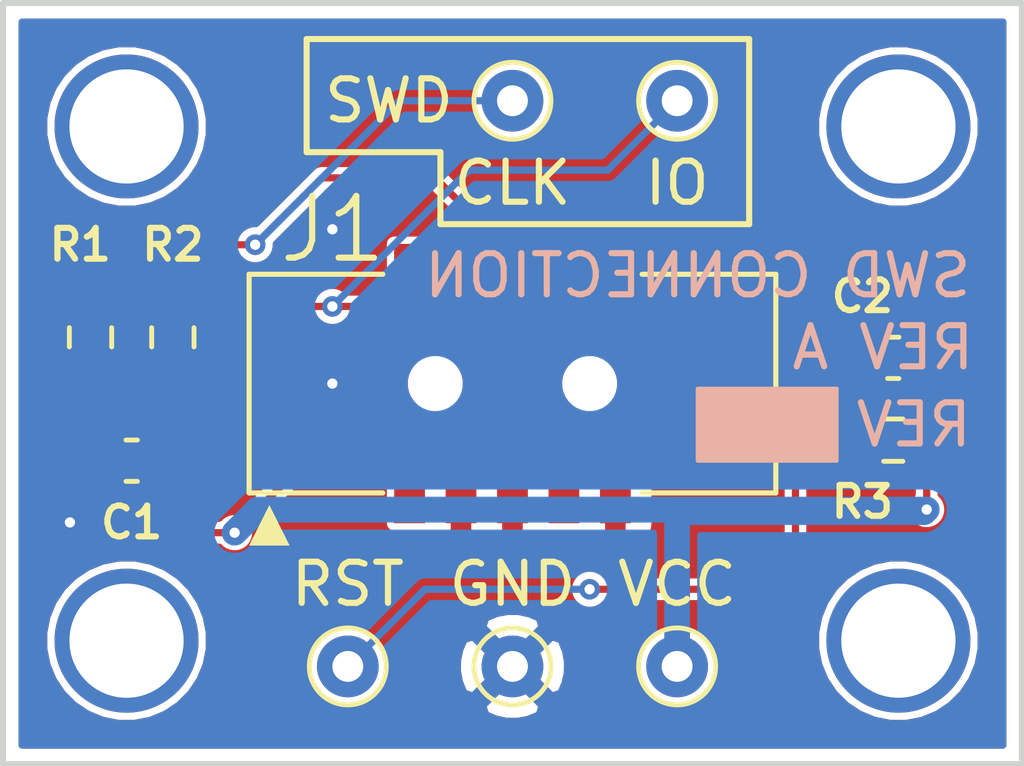
<source format=kicad_pcb>
(kicad_pcb (version 20171130) (host pcbnew "(5.1.7)-1")

  (general
    (thickness 1.6)
    (drawings 20)
    (tracks 79)
    (zones 0)
    (modules 15)
    (nets 9)
  )

  (page USLetter)
  (title_block
    (title "SWD Connection PCA")
    (date 2021-02-21)
    (rev A)
    (company "Ed Weaver")
  )

  (layers
    (0 F.Cu signal)
    (31 B.Cu signal)
    (32 B.Adhes user)
    (33 F.Adhes user)
    (34 B.Paste user)
    (35 F.Paste user)
    (36 B.SilkS user)
    (37 F.SilkS user)
    (38 B.Mask user)
    (39 F.Mask user)
    (40 Dwgs.User user)
    (41 Cmts.User user)
    (42 Eco1.User user)
    (43 Eco2.User user)
    (44 Edge.Cuts user)
    (45 Margin user)
    (46 B.CrtYd user)
    (47 F.CrtYd user)
    (48 B.Fab user hide)
    (49 F.Fab user hide)
  )

  (setup
    (last_trace_width 0.1778)
    (user_trace_width 0.1778)
    (user_trace_width 0.635)
    (trace_clearance 0.1778)
    (zone_clearance 0.1778)
    (zone_45_only no)
    (trace_min 0.1778)
    (via_size 0.8)
    (via_drill 0.4)
    (via_min_size 0.254)
    (via_min_drill 0.254)
    (user_via 0.508 0.254)
    (uvia_size 0.3)
    (uvia_drill 0.1)
    (uvias_allowed no)
    (uvia_min_size 0.1524)
    (uvia_min_drill 0.1)
    (edge_width 0.1)
    (segment_width 0.2)
    (pcb_text_width 0.3)
    (pcb_text_size 1.5 1.5)
    (mod_edge_width 0.15)
    (mod_text_size 1 1)
    (mod_text_width 0.15)
    (pad_size 1.524 1.524)
    (pad_drill 0.762)
    (pad_to_mask_clearance 0)
    (aux_axis_origin 0 0)
    (grid_origin 25.4 76.2)
    (visible_elements 7FFFFFFF)
    (pcbplotparams
      (layerselection 0x010fc_ffffffff)
      (usegerberextensions false)
      (usegerberattributes true)
      (usegerberadvancedattributes true)
      (creategerberjobfile true)
      (excludeedgelayer true)
      (linewidth 0.100000)
      (plotframeref false)
      (viasonmask false)
      (mode 1)
      (useauxorigin true)
      (hpglpennumber 1)
      (hpglpenspeed 20)
      (hpglpendiameter 15.000000)
      (psnegative false)
      (psa4output false)
      (plotreference true)
      (plotvalue true)
      (plotinvisibletext false)
      (padsonsilk false)
      (subtractmaskfromsilk false)
      (outputformat 1)
      (mirror false)
      (drillshape 0)
      (scaleselection 1)
      (outputdirectory "plots/"))
  )

  (net 0 "")
  (net 1 GND)
  (net 2 NRST)
  (net 3 VCC)
  (net 4 SWDIO)
  (net 5 SWCLK)
  (net 6 "Net-(J1-Pad6)")
  (net 7 "Net-(J1-Pad8)")
  (net 8 "Net-(J1-Pad7)")

  (net_class Default "This is the default net class."
    (clearance 0.1778)
    (trace_width 0.1778)
    (via_dia 0.8)
    (via_drill 0.4)
    (uvia_dia 0.3)
    (uvia_drill 0.1)
    (add_net NRST)
    (add_net "Net-(J1-Pad6)")
    (add_net "Net-(J1-Pad7)")
    (add_net "Net-(J1-Pad8)")
    (add_net SWCLK)
    (add_net SWDIO)
  )

  (net_class Power ""
    (clearance 0.1778)
    (trace_width 0.635)
    (via_dia 0.8)
    (via_drill 0.4)
    (uvia_dia 0.3)
    (uvia_drill 0.1)
    (add_net GND)
    (add_net VCC)
  )

  (module TestPoint:TestPoint_THTPad_D1.5mm_Drill0.7mm (layer F.Cu) (tedit 6032E357) (tstamp 602B6579)
    (at 38.1 73.66)
    (descr "THT pad as test Point, diameter 1.5mm, hole diameter 0.7mm")
    (tags "test point THT pad")
    (path /60213539)
    (attr virtual)
    (fp_text reference J6 (at 0 0) (layer Dwgs.User) hide
      (effects (font (size 1 1) (thickness 0.15)))
    )
    (fp_text value Conn_01x01 (at 0 1.75) (layer F.Fab)
      (effects (font (size 1 1) (thickness 0.15)))
    )
    (fp_circle (center 0 0) (end 1.25 0) (layer F.CrtYd) (width 0.05))
    (fp_circle (center 0 0) (end 0 0.95) (layer F.SilkS) (width 0.12))
    (fp_text user %R (at 0 -1.65) (layer F.Fab)
      (effects (font (size 1 1) (thickness 0.15)))
    )
    (pad 1 thru_hole circle (at 0 0) (size 1.524 1.524) (drill 0.762) (layers *.Cu *.Mask)
      (net 1 GND))
  )

  (module Resistor_SMD:R_0603_1608Metric (layer F.Cu) (tedit 5F68FEEE) (tstamp 60209B03)
    (at 27.686 65.532 270)
    (descr "Resistor SMD 0603 (1608 Metric), square (rectangular) end terminal, IPC_7351 nominal, (Body size source: IPC-SM-782 page 72, https://www.pcb-3d.com/wordpress/wp-content/uploads/ipc-sm-782a_amendment_1_and_2.pdf), generated with kicad-footprint-generator")
    (tags resistor)
    (path /5E7F6971)
    (attr smd)
    (fp_text reference R1 (at -2.286 0.254 180) (layer F.SilkS)
      (effects (font (size 0.762 0.762) (thickness 0.1524)))
    )
    (fp_text value 100k (at 0 1.43 90) (layer F.Fab)
      (effects (font (size 1 1) (thickness 0.15)))
    )
    (fp_line (start -0.8 0.4125) (end -0.8 -0.4125) (layer F.Fab) (width 0.1))
    (fp_line (start -0.8 -0.4125) (end 0.8 -0.4125) (layer F.Fab) (width 0.1))
    (fp_line (start 0.8 -0.4125) (end 0.8 0.4125) (layer F.Fab) (width 0.1))
    (fp_line (start 0.8 0.4125) (end -0.8 0.4125) (layer F.Fab) (width 0.1))
    (fp_line (start -0.237258 -0.5225) (end 0.237258 -0.5225) (layer F.SilkS) (width 0.12))
    (fp_line (start -0.237258 0.5225) (end 0.237258 0.5225) (layer F.SilkS) (width 0.12))
    (fp_line (start -1.48 0.73) (end -1.48 -0.73) (layer F.CrtYd) (width 0.05))
    (fp_line (start -1.48 -0.73) (end 1.48 -0.73) (layer F.CrtYd) (width 0.05))
    (fp_line (start 1.48 -0.73) (end 1.48 0.73) (layer F.CrtYd) (width 0.05))
    (fp_line (start 1.48 0.73) (end -1.48 0.73) (layer F.CrtYd) (width 0.05))
    (fp_text user %R (at 0.126999 0.006999 90) (layer F.Fab)
      (effects (font (size 0.4 0.4) (thickness 0.06)))
    )
    (pad 1 smd roundrect (at -0.825 0 270) (size 0.8 0.95) (layers F.Cu F.Paste F.Mask) (roundrect_rratio 0.25)
      (net 5 SWCLK))
    (pad 2 smd roundrect (at 0.825 0 270) (size 0.8 0.95) (layers F.Cu F.Paste F.Mask) (roundrect_rratio 0.25)
      (net 1 GND))
    (model ${KISYS3DMOD}/Resistor_SMD.3dshapes/R_0603_1608Metric.wrl
      (at (xyz 0 0 0))
      (scale (xyz 1 1 1))
      (rotate (xyz 0 0 0))
    )
  )

  (module Capacitor_SMD:C_0603_1608Metric (layer F.Cu) (tedit 5F68FEEE) (tstamp 6020956B)
    (at 47.498 66.04)
    (descr "Capacitor SMD 0603 (1608 Metric), square (rectangular) end terminal, IPC_7351 nominal, (Body size source: IPC-SM-782 page 76, https://www.pcb-3d.com/wordpress/wp-content/uploads/ipc-sm-782a_amendment_1_and_2.pdf), generated with kicad-footprint-generator")
    (tags capacitor)
    (path /5E7C442C)
    (attr smd)
    (fp_text reference C2 (at -0.762 -1.524) (layer F.SilkS)
      (effects (font (size 0.762 0.762) (thickness 0.1524)))
    )
    (fp_text value 100n (at 0 1.43) (layer F.Fab)
      (effects (font (size 1 1) (thickness 0.15)))
    )
    (fp_line (start 1.48 0.73) (end -1.48 0.73) (layer F.CrtYd) (width 0.05))
    (fp_line (start 1.48 -0.73) (end 1.48 0.73) (layer F.CrtYd) (width 0.05))
    (fp_line (start -1.48 -0.73) (end 1.48 -0.73) (layer F.CrtYd) (width 0.05))
    (fp_line (start -1.48 0.73) (end -1.48 -0.73) (layer F.CrtYd) (width 0.05))
    (fp_line (start -0.14058 0.51) (end 0.14058 0.51) (layer F.SilkS) (width 0.12))
    (fp_line (start -0.14058 -0.51) (end 0.14058 -0.51) (layer F.SilkS) (width 0.12))
    (fp_line (start 0.8 0.4) (end -0.8 0.4) (layer F.Fab) (width 0.1))
    (fp_line (start 0.8 -0.4) (end 0.8 0.4) (layer F.Fab) (width 0.1))
    (fp_line (start -0.8 -0.4) (end 0.8 -0.4) (layer F.Fab) (width 0.1))
    (fp_line (start -0.8 0.4) (end -0.8 -0.4) (layer F.Fab) (width 0.1))
    (fp_text user %R (at 0 0) (layer F.Fab)
      (effects (font (size 0.4 0.4) (thickness 0.06)))
    )
    (pad 2 smd roundrect (at 0.775 0) (size 0.9 0.95) (layers F.Cu F.Paste F.Mask) (roundrect_rratio 0.25)
      (net 1 GND))
    (pad 1 smd roundrect (at -0.775 0) (size 0.9 0.95) (layers F.Cu F.Paste F.Mask) (roundrect_rratio 0.25)
      (net 2 NRST))
    (model ${KISYS3DMOD}/Capacitor_SMD.3dshapes/C_0603_1608Metric.wrl
      (at (xyz 0 0 0))
      (scale (xyz 1 1 1))
      (rotate (xyz 0 0 0))
    )
  )

  (module Capacitor_SMD:C_0603_1608Metric (layer F.Cu) (tedit 5F68FEEE) (tstamp 60209B63)
    (at 28.702 68.58 180)
    (descr "Capacitor SMD 0603 (1608 Metric), square (rectangular) end terminal, IPC_7351 nominal, (Body size source: IPC-SM-782 page 76, https://www.pcb-3d.com/wordpress/wp-content/uploads/ipc-sm-782a_amendment_1_and_2.pdf), generated with kicad-footprint-generator")
    (tags capacitor)
    (path /5E7A48D6)
    (attr smd)
    (fp_text reference C1 (at 0 -1.524) (layer F.SilkS)
      (effects (font (size 0.762 0.762) (thickness 0.1524)))
    )
    (fp_text value 100n (at 0 1.43) (layer F.Fab)
      (effects (font (size 1 1) (thickness 0.15)))
    )
    (fp_line (start -0.8 0.4) (end -0.8 -0.4) (layer F.Fab) (width 0.1))
    (fp_line (start -0.8 -0.4) (end 0.8 -0.4) (layer F.Fab) (width 0.1))
    (fp_line (start 0.8 -0.4) (end 0.8 0.4) (layer F.Fab) (width 0.1))
    (fp_line (start 0.8 0.4) (end -0.8 0.4) (layer F.Fab) (width 0.1))
    (fp_line (start -0.14058 -0.51) (end 0.14058 -0.51) (layer F.SilkS) (width 0.12))
    (fp_line (start -0.14058 0.51) (end 0.14058 0.51) (layer F.SilkS) (width 0.12))
    (fp_line (start -1.48 0.73) (end -1.48 -0.73) (layer F.CrtYd) (width 0.05))
    (fp_line (start -1.48 -0.73) (end 1.48 -0.73) (layer F.CrtYd) (width 0.05))
    (fp_line (start 1.48 -0.73) (end 1.48 0.73) (layer F.CrtYd) (width 0.05))
    (fp_line (start 1.48 0.73) (end -1.48 0.73) (layer F.CrtYd) (width 0.05))
    (fp_text user %R (at 0 0) (layer F.Fab)
      (effects (font (size 0.4 0.4) (thickness 0.06)))
    )
    (pad 1 smd roundrect (at -0.775 0 180) (size 0.9 0.95) (layers F.Cu F.Paste F.Mask) (roundrect_rratio 0.25)
      (net 3 VCC))
    (pad 2 smd roundrect (at 0.775 0 180) (size 0.9 0.95) (layers F.Cu F.Paste F.Mask) (roundrect_rratio 0.25)
      (net 1 GND))
    (model ${KISYS3DMOD}/Capacitor_SMD.3dshapes/C_0603_1608Metric.wrl
      (at (xyz 0 0 0))
      (scale (xyz 1 1 1))
      (rotate (xyz 0 0 0))
    )
  )

  (module Resistor_SMD:R_0603_1608Metric (layer F.Cu) (tedit 5F68FEEE) (tstamp 6020953B)
    (at 47.498 68.072 180)
    (descr "Resistor SMD 0603 (1608 Metric), square (rectangular) end terminal, IPC_7351 nominal, (Body size source: IPC-SM-782 page 72, https://www.pcb-3d.com/wordpress/wp-content/uploads/ipc-sm-782a_amendment_1_and_2.pdf), generated with kicad-footprint-generator")
    (tags resistor)
    (path /5E7BCC83)
    (attr smd)
    (fp_text reference R3 (at 0.762 -1.524) (layer F.SilkS)
      (effects (font (size 0.762 0.762) (thickness 0.1524)))
    )
    (fp_text value 100k (at 0 1.43) (layer F.Fab)
      (effects (font (size 1 1) (thickness 0.15)))
    )
    (fp_line (start -0.8 0.4125) (end -0.8 -0.4125) (layer F.Fab) (width 0.1))
    (fp_line (start -0.8 -0.4125) (end 0.8 -0.4125) (layer F.Fab) (width 0.1))
    (fp_line (start 0.8 -0.4125) (end 0.8 0.4125) (layer F.Fab) (width 0.1))
    (fp_line (start 0.8 0.4125) (end -0.8 0.4125) (layer F.Fab) (width 0.1))
    (fp_line (start -0.237258 -0.5225) (end 0.237258 -0.5225) (layer F.SilkS) (width 0.12))
    (fp_line (start -0.237258 0.5225) (end 0.237258 0.5225) (layer F.SilkS) (width 0.12))
    (fp_line (start -1.48 0.73) (end -1.48 -0.73) (layer F.CrtYd) (width 0.05))
    (fp_line (start -1.48 -0.73) (end 1.48 -0.73) (layer F.CrtYd) (width 0.05))
    (fp_line (start 1.48 -0.73) (end 1.48 0.73) (layer F.CrtYd) (width 0.05))
    (fp_line (start 1.48 0.73) (end -1.48 0.73) (layer F.CrtYd) (width 0.05))
    (fp_text user %R (at 0 0) (layer F.Fab)
      (effects (font (size 0.4 0.4) (thickness 0.06)))
    )
    (pad 1 smd roundrect (at -0.825 0 180) (size 0.8 0.95) (layers F.Cu F.Paste F.Mask) (roundrect_rratio 0.25)
      (net 3 VCC))
    (pad 2 smd roundrect (at 0.825 0 180) (size 0.8 0.95) (layers F.Cu F.Paste F.Mask) (roundrect_rratio 0.25)
      (net 2 NRST))
    (model ${KISYS3DMOD}/Resistor_SMD.3dshapes/R_0603_1608Metric.wrl
      (at (xyz 0 0 0))
      (scale (xyz 1 1 1))
      (rotate (xyz 0 0 0))
    )
  )

  (module Resistor_SMD:R_0603_1608Metric (layer F.Cu) (tedit 5F68FEEE) (tstamp 60209B33)
    (at 29.718 65.532 90)
    (descr "Resistor SMD 0603 (1608 Metric), square (rectangular) end terminal, IPC_7351 nominal, (Body size source: IPC-SM-782 page 72, https://www.pcb-3d.com/wordpress/wp-content/uploads/ipc-sm-782a_amendment_1_and_2.pdf), generated with kicad-footprint-generator")
    (tags resistor)
    (path /5E7C22CA)
    (attr smd)
    (fp_text reference R2 (at 2.286 0 180) (layer F.SilkS)
      (effects (font (size 0.762 0.762) (thickness 0.1524)))
    )
    (fp_text value 100k (at 0 1.43 90) (layer F.Fab)
      (effects (font (size 1 1) (thickness 0.15)))
    )
    (fp_line (start 1.48 0.73) (end -1.48 0.73) (layer F.CrtYd) (width 0.05))
    (fp_line (start 1.48 -0.73) (end 1.48 0.73) (layer F.CrtYd) (width 0.05))
    (fp_line (start -1.48 -0.73) (end 1.48 -0.73) (layer F.CrtYd) (width 0.05))
    (fp_line (start -1.48 0.73) (end -1.48 -0.73) (layer F.CrtYd) (width 0.05))
    (fp_line (start -0.237258 0.5225) (end 0.237258 0.5225) (layer F.SilkS) (width 0.12))
    (fp_line (start -0.237258 -0.5225) (end 0.237258 -0.5225) (layer F.SilkS) (width 0.12))
    (fp_line (start 0.8 0.4125) (end -0.8 0.4125) (layer F.Fab) (width 0.1))
    (fp_line (start 0.8 -0.4125) (end 0.8 0.4125) (layer F.Fab) (width 0.1))
    (fp_line (start -0.8 -0.4125) (end 0.8 -0.4125) (layer F.Fab) (width 0.1))
    (fp_line (start -0.8 0.4125) (end -0.8 -0.4125) (layer F.Fab) (width 0.1))
    (fp_text user %R (at 0 0 90) (layer F.Fab)
      (effects (font (size 0.4 0.4) (thickness 0.06)))
    )
    (pad 2 smd roundrect (at 0.825 0 90) (size 0.8 0.95) (layers F.Cu F.Paste F.Mask) (roundrect_rratio 0.25)
      (net 4 SWDIO))
    (pad 1 smd roundrect (at -0.825 0 90) (size 0.8 0.95) (layers F.Cu F.Paste F.Mask) (roundrect_rratio 0.25)
      (net 3 VCC))
    (model ${KISYS3DMOD}/Resistor_SMD.3dshapes/R_0603_1608Metric.wrl
      (at (xyz 0 0 0))
      (scale (xyz 1 1 1))
      (rotate (xyz 0 0 0))
    )
  )

  (module MountingHole:MountingHole_2.2mm_M2 (layer F.Cu) (tedit 602B641F) (tstamp 602073A7)
    (at 47.625 60.325)
    (descr "Mounting Hole 2.2mm, no annular, M2")
    (tags "mounting hole 2.2mm no annular m2")
    (path /602152DC)
    (attr virtual)
    (fp_text reference H3 (at 0.127 0.127) (layer Dwgs.User) hide
      (effects (font (size 1 1) (thickness 0.15)))
    )
    (fp_text value MountingHole (at 0 3.2) (layer F.Fab)
      (effects (font (size 1 1) (thickness 0.15)))
    )
    (fp_circle (center 0 0) (end 2.2 0) (layer Cmts.User) (width 0.15))
    (fp_circle (center 0 0) (end 2.45 0) (layer F.CrtYd) (width 0.05))
    (fp_text user %R (at 0.3 0) (layer F.Fab)
      (effects (font (size 1 1) (thickness 0.15)))
    )
    (pad "" thru_hole circle (at 0 0) (size 3.556 3.556) (drill 2.8194) (layers *.Cu *.Mask))
  )

  (module TestPoint:TestPoint_THTPad_D1.5mm_Drill0.7mm (layer F.Cu) (tedit 6032E362) (tstamp 60209592)
    (at 42.164 73.66)
    (descr "THT pad as test Point, diameter 1.5mm, hole diameter 0.7mm")
    (tags "test point THT pad")
    (path /6020FA54)
    (attr virtual)
    (fp_text reference J2 (at 0 0) (layer Dwgs.User) hide
      (effects (font (size 1 1) (thickness 0.15)))
    )
    (fp_text value Conn_01x01 (at 0 1.75) (layer F.Fab)
      (effects (font (size 1 1) (thickness 0.15)))
    )
    (fp_circle (center 0 0) (end 1.25 0) (layer F.CrtYd) (width 0.05))
    (fp_circle (center 0 0) (end 0 0.95) (layer F.SilkS) (width 0.12))
    (fp_text user %R (at 0 -1.65) (layer F.Fab)
      (effects (font (size 1 1) (thickness 0.15)))
    )
    (pad 1 thru_hole circle (at 0 0) (size 1.524 1.524) (drill 0.762) (layers *.Cu *.Mask)
      (net 3 VCC))
  )

  (module TestPoint:TestPoint_THTPad_D1.5mm_Drill0.7mm (layer F.Cu) (tedit 6032E36E) (tstamp 6020984B)
    (at 42.164 59.69 180)
    (descr "THT pad as test Point, diameter 1.5mm, hole diameter 0.7mm")
    (tags "test point THT pad")
    (path /602116B5)
    (attr virtual)
    (fp_text reference J3 (at 0 0) (layer Dwgs.User) hide
      (effects (font (size 1 1) (thickness 0.15)))
    )
    (fp_text value Conn_01x01 (at 0 1.75) (layer F.Fab)
      (effects (font (size 1 1) (thickness 0.15)))
    )
    (fp_circle (center 0 0) (end 0 0.95) (layer F.SilkS) (width 0.12))
    (fp_circle (center 0 0) (end 1.25 0) (layer F.CrtYd) (width 0.05))
    (fp_text user %R (at 0 -1.65) (layer F.Fab)
      (effects (font (size 1 1) (thickness 0.15)))
    )
    (pad 1 thru_hole circle (at 0 0 180) (size 1.524 1.524) (drill 0.762) (layers *.Cu *.Mask)
      (net 4 SWDIO))
  )

  (module TestPoint:TestPoint_THTPad_D1.5mm_Drill0.7mm (layer F.Cu) (tedit 6032E379) (tstamp 60209836)
    (at 38.1 59.69 180)
    (descr "THT pad as test Point, diameter 1.5mm, hole diameter 0.7mm")
    (tags "test point THT pad")
    (path /602121E6)
    (attr virtual)
    (fp_text reference J4 (at 0 0) (layer Dwgs.User) hide
      (effects (font (size 1 1) (thickness 0.15)))
    )
    (fp_text value Conn_01x01 (at 0 1.75) (layer F.Fab)
      (effects (font (size 1 1) (thickness 0.15)))
    )
    (fp_circle (center 0 0) (end 1.25 0) (layer F.CrtYd) (width 0.05))
    (fp_circle (center 0 0) (end 0 0.95) (layer F.SilkS) (width 0.12))
    (fp_text user %R (at 0 -1.65) (layer F.Fab)
      (effects (font (size 1 1) (thickness 0.15)))
    )
    (pad 1 thru_hole circle (at 0 0 180) (size 1.524 1.524) (drill 0.762) (layers *.Cu *.Mask)
      (net 5 SWCLK))
  )

  (module TestPoint:TestPoint_THTPad_D1.5mm_Drill0.7mm (layer F.Cu) (tedit 6032E34F) (tstamp 602095D7)
    (at 34.036 73.66)
    (descr "THT pad as test Point, diameter 1.5mm, hole diameter 0.7mm")
    (tags "test point THT pad")
    (path /60212BD3)
    (attr virtual)
    (fp_text reference J5 (at 0 0) (layer Dwgs.User) hide
      (effects (font (size 1 1) (thickness 0.15)))
    )
    (fp_text value Conn_01x01 (at 0 1.75) (layer F.Fab)
      (effects (font (size 1 1) (thickness 0.15)))
    )
    (fp_circle (center 0 0) (end 0 0.95) (layer F.SilkS) (width 0.12))
    (fp_circle (center 0 0) (end 1.25 0) (layer F.CrtYd) (width 0.05))
    (fp_text user %R (at 0 -1.65) (layer F.Fab)
      (effects (font (size 1 1) (thickness 0.15)))
    )
    (pad 1 thru_hole circle (at 0 0) (size 1.524 1.524) (drill 0.762) (layers *.Cu *.Mask)
      (net 2 NRST))
  )

  (module MountingHole:MountingHole_2.2mm_M2 (layer F.Cu) (tedit 602B640F) (tstamp 60210757)
    (at 28.575 73.025)
    (descr "Mounting Hole 2.2mm, no annular, M2")
    (tags "mounting hole 2.2mm no annular m2")
    (path /6021402F)
    (attr virtual)
    (fp_text reference H1 (at 0.127 0.127) (layer Dwgs.User) hide
      (effects (font (size 1 1) (thickness 0.15)))
    )
    (fp_text value MountingHole (at 0 3.2) (layer F.Fab)
      (effects (font (size 1 1) (thickness 0.15)))
    )
    (fp_circle (center 0 0) (end 2.2 0) (layer Cmts.User) (width 0.15))
    (fp_circle (center 0 0) (end 2.45 0) (layer F.CrtYd) (width 0.05))
    (fp_text user %R (at 0.3 0) (layer F.Fab)
      (effects (font (size 1 1) (thickness 0.15)))
    )
    (pad "" thru_hole circle (at 0 0) (size 3.556 3.556) (drill 2.8194) (layers *.Cu *.Mask))
  )

  (module MountingHole:MountingHole_2.2mm_M2 (layer F.Cu) (tedit 602B63C2) (tstamp 60211080)
    (at 47.625 73.025)
    (descr "Mounting Hole 2.2mm, no annular, M2")
    (tags "mounting hole 2.2mm no annular m2")
    (path /60215CA4)
    (attr virtual)
    (fp_text reference H4 (at 0.127 0.127) (layer Dwgs.User) hide
      (effects (font (size 1 1) (thickness 0.15)))
    )
    (fp_text value MountingHole (at 0 3.2) (layer F.Fab)
      (effects (font (size 1 1) (thickness 0.15)))
    )
    (fp_circle (center 0 0) (end 2.2 0) (layer Cmts.User) (width 0.15))
    (fp_circle (center 0 0) (end 2.45 0) (layer F.CrtYd) (width 0.05))
    (fp_text user %R (at 0.3 0) (layer F.Fab)
      (effects (font (size 1 1) (thickness 0.15)))
    )
    (pad "" thru_hole circle (at 0 0) (size 3.556 3.556) (drill 2.8194) (layers *.Cu *.Mask))
  )

  (module MountingHole:MountingHole_2.2mm_M2 (layer F.Cu) (tedit 602B6426) (tstamp 60210A5F)
    (at 28.575 60.325)
    (descr "Mounting Hole 2.2mm, no annular, M2")
    (tags "mounting hole 2.2mm no annular m2")
    (path /602148AA)
    (attr virtual)
    (fp_text reference H2 (at 0 -0.127) (layer Dwgs.User) hide
      (effects (font (size 1 1) (thickness 0.15)))
    )
    (fp_text value MountingHole (at 0 3.2) (layer F.Fab)
      (effects (font (size 1 1) (thickness 0.15)))
    )
    (fp_circle (center 0 0) (end 2.2 0) (layer Cmts.User) (width 0.15))
    (fp_circle (center 0 0) (end 2.45 0) (layer F.CrtYd) (width 0.05))
    (fp_text user %R (at 0.3 0) (layer F.Fab)
      (effects (font (size 1 1) (thickness 0.15)))
    )
    (pad "" thru_hole circle (at 0 0) (size 3.556 3.556) (drill 2.8194) (layers *.Cu *.Mask))
  )

  (module swd-header_RevA:ADAFRUIT_752_2X05_1.27MM_BOX_HEADER (layer F.Cu) (tedit 602B6FB7) (tstamp 60328D95)
    (at 38.1 66.675)
    (descr "<p>4UCon: 20317</p>")
    (path /5E780F30)
    (fp_text reference J1 (at -5.842 -4.699 180) (layer F.SilkS)
      (effects (font (size 1.524 1.524) (thickness 0.1524)) (justify left top))
    )
    (fp_text value Conn_02x05_Odd_Even (at -5.969 1.905 180) (layer F.Fab)
      (effects (font (size 0.38608 0.38608) (thickness 0.04064)) (justify left top))
    )
    (fp_line (start 6.5 2.7) (end 3.2 2.7) (layer F.SilkS) (width 0.127))
    (fp_line (start 6.5 -2.7) (end 6.5 2.7) (layer F.SilkS) (width 0.127))
    (fp_line (start 3.2 -2.7) (end 6.5 -2.7) (layer F.SilkS) (width 0.127))
    (fp_line (start -6.5 2.7) (end -3.2 2.7) (layer F.SilkS) (width 0.127))
    (fp_line (start -6.5 -2.7) (end -6.5 2.7) (layer F.SilkS) (width 0.127))
    (fp_line (start -3.2 -2.7) (end -6.5 -2.7) (layer F.SilkS) (width 0.127))
    (fp_poly (pts (xy -6.5 4) (xy -5.5 4) (xy -6 3)) (layer F.SilkS) (width 0))
    (fp_line (start 1.25 1.65) (end 1.25 2.5) (layer F.Fab) (width 0.127))
    (fp_line (start -1.25 1.65) (end -1.25 2.5) (layer F.Fab) (width 0.127))
    (fp_line (start 5.425 1.65) (end 1.25 1.65) (layer F.Fab) (width 0.127))
    (fp_line (start -1.25 1.65) (end -5.425 1.65) (layer F.Fab) (width 0.127))
    (fp_line (start -5.425 1.65) (end -5.425 -1.65) (layer F.Fab) (width 0.127))
    (fp_line (start 5.425 -1.65) (end 5.425 1.65) (layer F.Fab) (width 0.127))
    (fp_line (start -5.425 -1.65) (end 5.425 -1.65) (layer F.Fab) (width 0.127))
    (fp_line (start 6.275 2.5) (end 1.25 2.5) (layer F.Fab) (width 0.127))
    (fp_line (start -1.25 2.5) (end -6.275 2.5) (layer F.Fab) (width 0.127))
    (fp_line (start -6.275 2.5) (end -6.275 -2.5) (layer F.Fab) (width 0.127))
    (fp_line (start 6.275 -2.5) (end 6.275 2.5) (layer F.Fab) (width 0.127))
    (fp_line (start -6.275 -2.5) (end 6.275 -2.5) (layer F.Fab) (width 0.127))
    (pad 2 smd rect (at -2.54 -2.15) (size 0.76 2.6) (layers F.Cu F.Paste F.Mask)
      (net 4 SWDIO) (solder_mask_margin 0.0508))
    (pad 4 smd rect (at -1.27 -2.15) (size 0.76 2.6) (layers F.Cu F.Paste F.Mask)
      (net 5 SWCLK) (solder_mask_margin 0.0508))
    (pad 6 smd rect (at 0 -2.15) (size 0.76 2.6) (layers F.Cu F.Paste F.Mask)
      (net 6 "Net-(J1-Pad6)") (solder_mask_margin 0.0508))
    (pad 8 smd rect (at 1.27 -2.15) (size 0.76 2.6) (layers F.Cu F.Paste F.Mask)
      (net 7 "Net-(J1-Pad8)") (solder_mask_margin 0.0508))
    (pad 10 smd rect (at 2.54 -2.15) (size 0.76 2.6) (layers F.Cu F.Paste F.Mask)
      (net 2 NRST) (solder_mask_margin 0.0508))
    (pad 1 smd rect (at -2.54 2.15) (size 0.76 2.6) (layers F.Cu F.Paste F.Mask)
      (net 3 VCC) (solder_mask_margin 0.0508))
    (pad 3 smd rect (at -1.27 2.15) (size 0.76 2.6) (layers F.Cu F.Paste F.Mask)
      (net 1 GND) (solder_mask_margin 0.0508))
    (pad 5 smd rect (at 0 2.15) (size 0.76 2.6) (layers F.Cu F.Paste F.Mask)
      (net 1 GND) (solder_mask_margin 0.0508))
    (pad 7 smd rect (at 1.27 2.15) (size 0.76 2.6) (layers F.Cu F.Paste F.Mask)
      (net 8 "Net-(J1-Pad7)") (solder_mask_margin 0.0508))
    (pad 9 smd rect (at 2.54 2.15) (size 0.76 2.6) (layers F.Cu F.Paste F.Mask)
      (net 1 GND) (solder_mask_margin 0.0508))
    (pad "" np_thru_hole circle (at -1.905 0) (size 1 1) (drill 1) (layers *.Cu *.Mask))
    (pad "" np_thru_hole circle (at 1.905 0) (size 1 1) (drill 1) (layers *.Cu *.Mask))
  )

  (gr_text "SWD CONNECTION" (at 42.672 64.008) (layer B.SilkS) (tstamp 6032993E)
    (effects (font (size 1.016 1.016) (thickness 0.1524)) (justify mirror))
  )
  (gr_text "REV A" (at 47.244 65.786) (layer B.SilkS) (tstamp 60329933)
    (effects (font (size 1.016 1.016) (thickness 0.1524)) (justify mirror))
  )
  (gr_poly (pts (xy 46.101 66.802) (xy 46.101 68.58) (xy 42.672 68.58) (xy 42.672 66.802)) (layer B.SilkS) (width 0.1) (tstamp 60323D51))
  (gr_text REV (at 48.006 67.691) (layer B.SilkS)
    (effects (font (size 1.016 1.016) (thickness 0.1524)) (justify mirror))
  )
  (gr_text RST (at 34.036 71.628) (layer F.SilkS) (tstamp 603297F3)
    (effects (font (size 1.016 1.016) (thickness 0.1524)))
  )
  (gr_text VCC (at 42.164 71.628) (layer F.SilkS) (tstamp 603297F3)
    (effects (font (size 1.016 1.016) (thickness 0.1524)))
  )
  (gr_text GND (at 38.1 71.628) (layer F.SilkS) (tstamp 603297F3)
    (effects (font (size 1.016 1.016) (thickness 0.1524)))
  )
  (gr_line (start 36.322 60.96) (end 36.322 62.738) (layer F.SilkS) (width 0.15) (tstamp 603297EE))
  (gr_line (start 36.322 60.96) (end 33.02 60.96) (layer F.SilkS) (width 0.15) (tstamp 603297E1))
  (gr_text IO (at 42.164 61.722) (layer F.SilkS) (tstamp 60329792)
    (effects (font (size 1.016 1.016) (thickness 0.1524)))
  )
  (gr_text CLK (at 38.1 61.722) (layer F.SilkS) (tstamp 60329792)
    (effects (font (size 1.016 1.016) (thickness 0.1524)))
  )
  (gr_text SWD (at 35.052 59.69) (layer F.SilkS)
    (effects (font (size 1.016 1.016) (thickness 0.1524)))
  )
  (gr_line (start 33.02 60.96) (end 33.02 58.166) (layer F.SilkS) (width 0.15) (tstamp 6032978E))
  (gr_line (start 43.942 62.738) (end 36.322 62.738) (layer F.SilkS) (width 0.15))
  (gr_line (start 43.942 58.166) (end 43.942 62.738) (layer F.SilkS) (width 0.15))
  (gr_line (start 33.02 58.166) (end 43.942 58.166) (layer F.SilkS) (width 0.15))
  (gr_line (start 25.527 57.277) (end 25.527 76.073) (layer Edge.Cuts) (width 0.15) (tstamp 602080A7))
  (gr_line (start 50.673 57.277) (end 25.527 57.277) (layer Edge.Cuts) (width 0.15))
  (gr_line (start 50.673 75.946) (end 50.673 57.277) (layer Edge.Cuts) (width 0.15))
  (gr_line (start 25.527 76.073) (end 50.673 76.073) (layer Edge.Cuts) (width 0.15))

  (via (at 33.655 66.675) (size 0.508) (drill 0.254) (layers F.Cu B.Cu) (net 1))
  (segment (start 48.26 65.773) (end 48.273 65.786) (width 0.1778) (layer F.Cu) (net 1) (status 30))
  (segment (start 27.686 66.357) (end 27.686 67.31) (width 0.1778) (layer F.Cu) (net 1) (status 10))
  (segment (start 27.927 68.58) (end 27.927 69.355) (width 0.1778) (layer F.Cu) (net 1) (status 10))
  (segment (start 27.927 69.355) (end 27.178 70.104) (width 0.1778) (layer F.Cu) (net 1))
  (via (at 27.178 70.104) (size 0.508) (drill 0.254) (layers F.Cu B.Cu) (net 1))
  (segment (start 38.1 70.104) (end 38.1 68.834) (width 0.1778) (layer F.Cu) (net 1) (status 30))
  (segment (start 27.178 70.104) (end 28.448 68.834) (width 0.1778) (layer B.Cu) (net 1))
  (segment (start 46.736 68.834) (end 48.26 67.31) (width 0.1778) (layer B.Cu) (net 1))
  (segment (start 42.672 68.834) (end 46.736 68.834) (width 0.1778) (layer B.Cu) (net 1))
  (segment (start 40.649 68.834) (end 40.64 68.825) (width 0.1778) (layer F.Cu) (net 1) (status 30))
  (segment (start 27.686 67.31) (end 27.927 67.551) (width 0.1778) (layer F.Cu) (net 1))
  (segment (start 27.927 67.551) (end 27.927 68.58) (width 0.1778) (layer F.Cu) (net 1) (status 20))
  (segment (start 27.178 70.104) (end 28.702 68.58) (width 0.1778) (layer B.Cu) (net 1))
  (segment (start 46.99 68.58) (end 48.26 67.31) (width 0.1778) (layer B.Cu) (net 1))
  (segment (start 33.655 68.58) (end 46.99 68.58) (width 0.1778) (layer B.Cu) (net 1))
  (segment (start 33.528 68.453) (end 33.655 68.58) (width 0.1778) (layer B.Cu) (net 1))
  (segment (start 33.528 66.548) (end 33.528 68.453) (width 0.1778) (layer B.Cu) (net 1))
  (segment (start 28.702 68.58) (end 33.655 68.58) (width 0.1778) (layer B.Cu) (net 1))
  (segment (start 48.26 67.31) (end 48.26 64.135) (width 0.1778) (layer B.Cu) (net 1))
  (segment (start 48.26 66.027) (end 48.273 66.04) (width 0.1778) (layer F.Cu) (net 1) (status 30))
  (segment (start 48.26 64.135) (end 48.26 66.027) (width 0.1778) (layer F.Cu) (net 1) (status 20))
  (via (at 33.655 62.865) (size 0.508) (drill 0.254) (layers F.Cu B.Cu) (net 1))
  (segment (start 46.469 66.04) (end 46.723 65.786) (width 0.1778) (layer F.Cu) (net 2) (status 30))
  (segment (start 46.723 66.04) (end 43.942 66.04) (width 0.1778) (layer F.Cu) (net 2) (status 10))
  (segment (start 42.427 64.525) (end 43.942 66.04) (width 0.1778) (layer F.Cu) (net 2))
  (segment (start 40.64 64.525) (end 42.427 64.525) (width 0.1778) (layer F.Cu) (net 2) (status 10))
  (segment (start 46.723 68.022) (end 46.673 68.072) (width 0.1778) (layer F.Cu) (net 2) (status 30))
  (segment (start 46.723 66.04) (end 46.723 68.022) (width 0.1778) (layer F.Cu) (net 2) (status 30))
  (via (at 40.005 71.755) (size 0.508) (drill 0.254) (layers F.Cu B.Cu) (net 2))
  (segment (start 35.941 71.755) (end 34.036 73.66) (width 0.1778) (layer B.Cu) (net 2) (status 20))
  (segment (start 40.005 71.755) (end 35.941 71.755) (width 0.1778) (layer B.Cu) (net 2))
  (segment (start 45.593 68.072) (end 46.673 68.072) (width 0.1778) (layer F.Cu) (net 2) (status 20))
  (segment (start 45.085 68.58) (end 45.593 68.072) (width 0.1778) (layer F.Cu) (net 2))
  (segment (start 45.085 70.485) (end 45.085 68.58) (width 0.1778) (layer F.Cu) (net 2))
  (segment (start 43.815 71.755) (end 45.085 70.485) (width 0.1778) (layer F.Cu) (net 2))
  (segment (start 40.005 71.755) (end 43.815 71.755) (width 0.1778) (layer F.Cu) (net 2))
  (via (at 31.242 70.358) (size 0.508) (drill 0.254) (layers F.Cu B.Cu) (net 3))
  (via (at 48.323 69.787) (size 0.508) (drill 0.254) (layers F.Cu B.Cu) (net 3))
  (segment (start 48.323 68.072) (end 48.323 69.787) (width 0.1778) (layer F.Cu) (net 3) (status 10))
  (segment (start 48.323 69.787) (end 42.101 69.787) (width 0.1778) (layer B.Cu) (net 3))
  (segment (start 32.775 68.825) (end 31.242 70.358) (width 0.1778) (layer F.Cu) (net 3))
  (segment (start 35.56 68.825) (end 32.775 68.825) (width 0.1778) (layer F.Cu) (net 3) (status 10))
  (segment (start 30.226 70.358) (end 29.477 69.609) (width 0.1778) (layer F.Cu) (net 3))
  (segment (start 31.242 70.358) (end 30.226 70.358) (width 0.1778) (layer F.Cu) (net 3))
  (segment (start 29.477 69.609) (end 29.477 68.58) (width 0.1778) (layer F.Cu) (net 3) (status 20))
  (segment (start 29.477 67.551) (end 29.718 67.31) (width 0.1778) (layer F.Cu) (net 3))
  (segment (start 29.477 68.58) (end 29.477 67.551) (width 0.1778) (layer F.Cu) (net 3) (status 10))
  (segment (start 29.718 66.357) (end 29.718 67.31) (width 0.1778) (layer F.Cu) (net 3) (status 10))
  (segment (start 42.164 69.978) (end 41.973 69.787) (width 0.1778) (layer B.Cu) (net 3))
  (segment (start 42.164 73.66) (end 42.164 69.978) (width 0.1778) (layer B.Cu) (net 3) (status 10))
  (segment (start 42.164 73.66) (end 42.164 69.85) (width 0.635) (layer B.Cu) (net 3) (status 10))
  (segment (start 48.26 69.85) (end 48.323 69.787) (width 0.635) (layer B.Cu) (net 3))
  (segment (start 42.164 69.85) (end 48.26 69.85) (width 0.635) (layer B.Cu) (net 3))
  (segment (start 31.813 69.787) (end 42.1 69.787) (width 0.635) (layer B.Cu) (net 3))
  (segment (start 42.1 69.787) (end 48.323 69.787) (width 0.1778) (layer B.Cu) (net 3))
  (segment (start 41.973 69.787) (end 42.1 69.787) (width 0.1778) (layer B.Cu) (net 3))
  (segment (start 31.813 69.787) (end 31.242 70.358) (width 0.635) (layer B.Cu) (net 3))
  (segment (start 48.323 69.787) (end 31.813 69.787) (width 0.635) (layer B.Cu) (net 3))
  (via (at 33.655 64.77) (size 0.508) (drill 0.254) (layers F.Cu B.Cu) (net 4))
  (segment (start 35.551 64.516) (end 35.56 64.525) (width 0.1778) (layer F.Cu) (net 4) (status 30))
  (segment (start 35.378 64.707) (end 35.56 64.525) (width 0.1778) (layer F.Cu) (net 4) (status 30))
  (segment (start 35.315 64.77) (end 35.56 64.525) (width 0.1778) (layer F.Cu) (net 4) (status 30))
  (segment (start 33.655 64.77) (end 35.315 64.77) (width 0.1778) (layer F.Cu) (net 4) (status 20))
  (segment (start 29.781 64.77) (end 29.718 64.707) (width 0.1778) (layer F.Cu) (net 4) (status 30))
  (segment (start 33.655 64.77) (end 29.781 64.77) (width 0.1778) (layer F.Cu) (net 4) (status 20))
  (segment (start 40.4495 61.4045) (end 42.164 59.69) (width 0.1778) (layer B.Cu) (net 4) (status 20))
  (segment (start 37.0205 61.4045) (end 40.4495 61.4045) (width 0.1778) (layer B.Cu) (net 4))
  (segment (start 33.655 64.77) (end 37.0205 61.4045) (width 0.1778) (layer B.Cu) (net 4))
  (via (at 31.75 63.246) (size 0.508) (drill 0.254) (layers F.Cu B.Cu) (net 5))
  (segment (start 29.147 63.246) (end 31.75 63.246) (width 0.1778) (layer F.Cu) (net 5))
  (segment (start 27.686 64.707) (end 29.147 63.246) (width 0.1778) (layer F.Cu) (net 5) (status 10))
  (segment (start 36.83 64.525) (end 36.83 62.23) (width 0.1778) (layer F.Cu) (net 5) (status 10))
  (segment (start 36.83 62.23) (end 36.195 61.595) (width 0.1778) (layer F.Cu) (net 5))
  (segment (start 33.401 61.595) (end 31.75 63.246) (width 0.1778) (layer F.Cu) (net 5))
  (segment (start 36.195 61.595) (end 33.401 61.595) (width 0.1778) (layer F.Cu) (net 5))
  (segment (start 31.75 63.246) (end 34.29 60.706) (width 0.1778) (layer B.Cu) (net 5))
  (segment (start 35.306 59.69) (end 31.75 63.246) (width 0.1778) (layer B.Cu) (net 5))
  (segment (start 38.1 59.69) (end 35.306 59.69) (width 0.1778) (layer B.Cu) (net 5) (status 10))

  (zone (net 1) (net_name GND) (layer F.Cu) (tstamp 6032E58C) (hatch edge 0.508)
    (connect_pads (clearance 0.1778))
    (min_thickness 0.1778)
    (fill yes (arc_segments 32) (thermal_gap 0.508) (thermal_bridge_width 0.508))
    (polygon
      (pts
        (xy 50.292 75.692) (xy 25.908 75.692) (xy 25.908 57.735984) (xy 50.292 57.658)
      )
    )
    (filled_polygon
      (pts
        (xy 50.2031 75.6031) (xy 25.9969 75.6031) (xy 25.9969 72.823615) (xy 26.5303 72.823615) (xy 26.5303 73.226385)
        (xy 26.608877 73.621417) (xy 26.763011 73.993528) (xy 26.986778 74.32842) (xy 27.27158 74.613222) (xy 27.606472 74.836989)
        (xy 27.978583 74.991123) (xy 28.373615 75.0697) (xy 28.776385 75.0697) (xy 29.171417 74.991123) (xy 29.543528 74.836989)
        (xy 29.87842 74.613222) (xy 30.163222 74.32842) (xy 30.386989 73.993528) (xy 30.541123 73.621417) (xy 30.553601 73.558682)
        (xy 33.0073 73.558682) (xy 33.0073 73.761318) (xy 33.046833 73.960061) (xy 33.124378 74.147272) (xy 33.236957 74.315758)
        (xy 33.380242 74.459043) (xy 33.548728 74.571622) (xy 33.735939 74.649167) (xy 33.934682 74.6887) (xy 34.137318 74.6887)
        (xy 34.336061 74.649167) (xy 34.385229 74.628801) (xy 37.364685 74.628801) (xy 37.436851 74.853632) (xy 37.68246 74.96007)
        (xy 37.944114 75.016548) (xy 38.211759 75.020894) (xy 38.475109 74.972942) (xy 38.724043 74.874534) (xy 38.763149 74.853632)
        (xy 38.835315 74.628801) (xy 38.1 73.893487) (xy 37.364685 74.628801) (xy 34.385229 74.628801) (xy 34.523272 74.571622)
        (xy 34.691758 74.459043) (xy 34.835043 74.315758) (xy 34.947622 74.147272) (xy 35.025167 73.960061) (xy 35.062623 73.771759)
        (xy 36.739106 73.771759) (xy 36.787058 74.035109) (xy 36.885466 74.284043) (xy 36.906368 74.323149) (xy 37.131199 74.395315)
        (xy 37.866513 73.66) (xy 38.333487 73.66) (xy 39.068801 74.395315) (xy 39.293632 74.323149) (xy 39.40007 74.07754)
        (xy 39.456548 73.815886) (xy 39.460724 73.558682) (xy 41.1353 73.558682) (xy 41.1353 73.761318) (xy 41.174833 73.960061)
        (xy 41.252378 74.147272) (xy 41.364957 74.315758) (xy 41.508242 74.459043) (xy 41.676728 74.571622) (xy 41.863939 74.649167)
        (xy 42.062682 74.6887) (xy 42.265318 74.6887) (xy 42.464061 74.649167) (xy 42.651272 74.571622) (xy 42.819758 74.459043)
        (xy 42.963043 74.315758) (xy 43.075622 74.147272) (xy 43.153167 73.960061) (xy 43.1927 73.761318) (xy 43.1927 73.558682)
        (xy 43.153167 73.359939) (xy 43.075622 73.172728) (xy 42.963043 73.004242) (xy 42.819758 72.860957) (xy 42.763872 72.823615)
        (xy 45.5803 72.823615) (xy 45.5803 73.226385) (xy 45.658877 73.621417) (xy 45.813011 73.993528) (xy 46.036778 74.32842)
        (xy 46.32158 74.613222) (xy 46.656472 74.836989) (xy 47.028583 74.991123) (xy 47.423615 75.0697) (xy 47.826385 75.0697)
        (xy 48.221417 74.991123) (xy 48.593528 74.836989) (xy 48.92842 74.613222) (xy 49.213222 74.32842) (xy 49.436989 73.993528)
        (xy 49.591123 73.621417) (xy 49.6697 73.226385) (xy 49.6697 72.823615) (xy 49.591123 72.428583) (xy 49.436989 72.056472)
        (xy 49.213222 71.72158) (xy 48.92842 71.436778) (xy 48.593528 71.213011) (xy 48.221417 71.058877) (xy 47.826385 70.9803)
        (xy 47.423615 70.9803) (xy 47.028583 71.058877) (xy 46.656472 71.213011) (xy 46.32158 71.436778) (xy 46.036778 71.72158)
        (xy 45.813011 72.056472) (xy 45.658877 72.428583) (xy 45.5803 72.823615) (xy 42.763872 72.823615) (xy 42.651272 72.748378)
        (xy 42.464061 72.670833) (xy 42.265318 72.6313) (xy 42.062682 72.6313) (xy 41.863939 72.670833) (xy 41.676728 72.748378)
        (xy 41.508242 72.860957) (xy 41.364957 73.004242) (xy 41.252378 73.172728) (xy 41.174833 73.359939) (xy 41.1353 73.558682)
        (xy 39.460724 73.558682) (xy 39.460894 73.548241) (xy 39.412942 73.284891) (xy 39.314534 73.035957) (xy 39.293632 72.996851)
        (xy 39.068801 72.924685) (xy 38.333487 73.66) (xy 37.866513 73.66) (xy 37.131199 72.924685) (xy 36.906368 72.996851)
        (xy 36.79993 73.24246) (xy 36.743452 73.504114) (xy 36.739106 73.771759) (xy 35.062623 73.771759) (xy 35.0647 73.761318)
        (xy 35.0647 73.558682) (xy 35.025167 73.359939) (xy 34.947622 73.172728) (xy 34.835043 73.004242) (xy 34.691758 72.860957)
        (xy 34.523272 72.748378) (xy 34.38523 72.691199) (xy 37.364685 72.691199) (xy 38.1 73.426513) (xy 38.835315 72.691199)
        (xy 38.763149 72.466368) (xy 38.51754 72.35993) (xy 38.255886 72.303452) (xy 37.988241 72.299106) (xy 37.724891 72.347058)
        (xy 37.475957 72.445466) (xy 37.436851 72.466368) (xy 37.364685 72.691199) (xy 34.38523 72.691199) (xy 34.336061 72.670833)
        (xy 34.137318 72.6313) (xy 33.934682 72.6313) (xy 33.735939 72.670833) (xy 33.548728 72.748378) (xy 33.380242 72.860957)
        (xy 33.236957 73.004242) (xy 33.124378 73.172728) (xy 33.046833 73.359939) (xy 33.0073 73.558682) (xy 30.553601 73.558682)
        (xy 30.6197 73.226385) (xy 30.6197 72.823615) (xy 30.541123 72.428583) (xy 30.386989 72.056472) (xy 30.163222 71.72158)
        (xy 29.87842 71.436778) (xy 29.543528 71.213011) (xy 29.171417 71.058877) (xy 28.776385 70.9803) (xy 28.373615 70.9803)
        (xy 27.978583 71.058877) (xy 27.606472 71.213011) (xy 27.27158 71.436778) (xy 26.986778 71.72158) (xy 26.763011 72.056472)
        (xy 26.608877 72.428583) (xy 26.5303 72.823615) (xy 25.9969 72.823615) (xy 25.9969 69.055) (xy 26.877212 69.055)
        (xy 26.888737 69.172013) (xy 26.922868 69.284529) (xy 26.978295 69.388224) (xy 27.052886 69.479114) (xy 27.143776 69.553705)
        (xy 27.247471 69.609132) (xy 27.359987 69.643263) (xy 27.477 69.654788) (xy 27.612675 69.6519) (xy 27.7619 69.502675)
        (xy 27.7619 68.7451) (xy 27.029325 68.7451) (xy 26.8801 68.894325) (xy 26.877212 69.055) (xy 25.9969 69.055)
        (xy 25.9969 68.105) (xy 26.877212 68.105) (xy 26.8801 68.265675) (xy 27.029325 68.4149) (xy 27.7619 68.4149)
        (xy 27.7619 67.657325) (xy 27.612675 67.5081) (xy 27.477 67.505212) (xy 27.359987 67.516737) (xy 27.247471 67.550868)
        (xy 27.143776 67.606295) (xy 27.052886 67.680886) (xy 26.978295 67.771776) (xy 26.922868 67.875471) (xy 26.888737 67.987987)
        (xy 26.877212 68.105) (xy 25.9969 68.105) (xy 25.9969 66.757) (xy 26.611212 66.757) (xy 26.622737 66.874013)
        (xy 26.656868 66.986529) (xy 26.712295 67.090224) (xy 26.786886 67.181114) (xy 26.877776 67.255705) (xy 26.981471 67.311132)
        (xy 27.093987 67.345263) (xy 27.211 67.356788) (xy 27.371675 67.3539) (xy 27.5209 67.204675) (xy 27.5209 66.5221)
        (xy 27.8511 66.5221) (xy 27.8511 67.204675) (xy 28.000325 67.3539) (xy 28.161 67.356788) (xy 28.278013 67.345263)
        (xy 28.390529 67.311132) (xy 28.494224 67.255705) (xy 28.585114 67.181114) (xy 28.659705 67.090224) (xy 28.715132 66.986529)
        (xy 28.749263 66.874013) (xy 28.760788 66.757) (xy 28.7579 66.671325) (xy 28.608675 66.5221) (xy 27.8511 66.5221)
        (xy 27.5209 66.5221) (xy 26.763325 66.5221) (xy 26.6141 66.671325) (xy 26.611212 66.757) (xy 25.9969 66.757)
        (xy 25.9969 65.957) (xy 26.611212 65.957) (xy 26.6141 66.042675) (xy 26.763325 66.1919) (xy 27.5209 66.1919)
        (xy 27.5209 66.1719) (xy 27.8511 66.1719) (xy 27.8511 66.1919) (xy 28.608675 66.1919) (xy 28.7579 66.042675)
        (xy 28.760788 65.957) (xy 28.749263 65.839987) (xy 28.715132 65.727471) (xy 28.659705 65.623776) (xy 28.585114 65.532886)
        (xy 28.494224 65.458295) (xy 28.390529 65.402868) (xy 28.278013 65.368737) (xy 28.161 65.357212) (xy 28.076241 65.358735)
        (xy 28.140092 65.339366) (xy 28.221001 65.296119) (xy 28.291919 65.237919) (xy 28.350119 65.167001) (xy 28.393366 65.086092)
        (xy 28.419998 64.9983) (xy 28.42899 64.907) (xy 28.42899 64.507) (xy 28.425395 64.470498) (xy 29.294294 63.6016)
        (xy 31.369219 63.6016) (xy 31.418073 63.650454) (xy 31.503356 63.707438) (xy 31.598118 63.746689) (xy 31.698716 63.7667)
        (xy 31.801284 63.7667) (xy 31.901882 63.746689) (xy 31.996644 63.707438) (xy 32.081927 63.650454) (xy 32.154454 63.577927)
        (xy 32.211438 63.492644) (xy 32.250689 63.397882) (xy 32.2707 63.297284) (xy 32.2707 63.228193) (xy 33.548294 61.9506)
        (xy 36.047707 61.9506) (xy 36.474401 62.377295) (xy 36.474401 62.95701) (xy 36.45 62.95701) (xy 36.397718 62.962159)
        (xy 36.347445 62.97741) (xy 36.301113 63.002174) (xy 36.260502 63.035502) (xy 36.227174 63.076113) (xy 36.20241 63.122445)
        (xy 36.195 63.146871) (xy 36.18759 63.122445) (xy 36.162826 63.076113) (xy 36.129498 63.035502) (xy 36.088887 63.002174)
        (xy 36.042555 62.97741) (xy 35.992282 62.962159) (xy 35.94 62.95701) (xy 35.18 62.95701) (xy 35.127718 62.962159)
        (xy 35.077445 62.97741) (xy 35.031113 63.002174) (xy 34.990502 63.035502) (xy 34.957174 63.076113) (xy 34.93241 63.122445)
        (xy 34.917159 63.172718) (xy 34.91201 63.225) (xy 34.91201 64.4144) (xy 34.035781 64.4144) (xy 33.986927 64.365546)
        (xy 33.901644 64.308562) (xy 33.806882 64.269311) (xy 33.706284 64.2493) (xy 33.603716 64.2493) (xy 33.503118 64.269311)
        (xy 33.408356 64.308562) (xy 33.323073 64.365546) (xy 33.274219 64.4144) (xy 30.451604 64.4144) (xy 30.425366 64.327908)
        (xy 30.382119 64.246999) (xy 30.323919 64.176081) (xy 30.253001 64.117881) (xy 30.172092 64.074634) (xy 30.0843 64.048002)
        (xy 29.993 64.03901) (xy 29.443 64.03901) (xy 29.3517 64.048002) (xy 29.263908 64.074634) (xy 29.182999 64.117881)
        (xy 29.112081 64.176081) (xy 29.053881 64.246999) (xy 29.010634 64.327908) (xy 28.984002 64.4157) (xy 28.97501 64.507)
        (xy 28.97501 64.907) (xy 28.984002 64.9983) (xy 29.010634 65.086092) (xy 29.053881 65.167001) (xy 29.112081 65.237919)
        (xy 29.182999 65.296119) (xy 29.263908 65.339366) (xy 29.3517 65.365998) (xy 29.443 65.37499) (xy 29.993 65.37499)
        (xy 30.0843 65.365998) (xy 30.172092 65.339366) (xy 30.253001 65.296119) (xy 30.323919 65.237919) (xy 30.382119 65.167001)
        (xy 30.404248 65.1256) (xy 33.274219 65.1256) (xy 33.323073 65.174454) (xy 33.408356 65.231438) (xy 33.503118 65.270689)
        (xy 33.603716 65.2907) (xy 33.706284 65.2907) (xy 33.806882 65.270689) (xy 33.901644 65.231438) (xy 33.986927 65.174454)
        (xy 34.035781 65.1256) (xy 34.91201 65.1256) (xy 34.91201 65.825) (xy 34.917159 65.877282) (xy 34.93241 65.927555)
        (xy 34.957174 65.973887) (xy 34.990502 66.014498) (xy 35.031113 66.047826) (xy 35.077445 66.07259) (xy 35.127718 66.087841)
        (xy 35.18 66.09299) (xy 35.692732 66.09299) (xy 35.599465 66.186257) (xy 35.515559 66.311831) (xy 35.457764 66.451362)
        (xy 35.4283 66.599487) (xy 35.4283 66.750513) (xy 35.457764 66.898638) (xy 35.515559 67.038169) (xy 35.599465 67.163743)
        (xy 35.692732 67.25701) (xy 35.18 67.25701) (xy 35.127718 67.262159) (xy 35.077445 67.27741) (xy 35.031113 67.302174)
        (xy 34.990502 67.335502) (xy 34.957174 67.376113) (xy 34.93241 67.422445) (xy 34.917159 67.472718) (xy 34.91201 67.525)
        (xy 34.91201 68.4694) (xy 32.792452 68.4694) (xy 32.774999 68.467681) (xy 32.757546 68.4694) (xy 32.757537 68.4694)
        (xy 32.70529 68.474546) (xy 32.63826 68.494879) (xy 32.576484 68.527899) (xy 32.576482 68.5279) (xy 32.576483 68.5279)
        (xy 32.5359 68.561205) (xy 32.535895 68.56121) (xy 32.522337 68.572337) (xy 32.51121 68.585895) (xy 31.259807 69.8373)
        (xy 31.190716 69.8373) (xy 31.090118 69.857311) (xy 30.995356 69.896562) (xy 30.910073 69.953546) (xy 30.861219 70.0024)
        (xy 30.373294 70.0024) (xy 29.8326 69.461707) (xy 29.8326 69.303075) (xy 29.890659 69.285463) (xy 29.975891 69.239906)
        (xy 30.050597 69.178597) (xy 30.111906 69.103891) (xy 30.157463 69.018659) (xy 30.185517 68.926178) (xy 30.19499 68.83)
        (xy 30.19499 68.33) (xy 30.185517 68.233822) (xy 30.157463 68.141341) (xy 30.111906 68.056109) (xy 30.050597 67.981403)
        (xy 29.975891 67.920094) (xy 29.890659 67.874537) (xy 29.8326 67.856925) (xy 29.8326 67.698294) (xy 29.957104 67.573791)
        (xy 29.970663 67.562663) (xy 29.98179 67.549105) (xy 29.981795 67.5491) (xy 30.0151 67.508517) (xy 30.029654 67.48129)
        (xy 30.048121 67.44674) (xy 30.068454 67.37971) (xy 30.0736 67.327463) (xy 30.0736 67.327454) (xy 30.075319 67.310001)
        (xy 30.0736 67.292548) (xy 30.0736 67.017052) (xy 30.0843 67.015998) (xy 30.172092 66.989366) (xy 30.253001 66.946119)
        (xy 30.323919 66.887919) (xy 30.382119 66.817001) (xy 30.425366 66.736092) (xy 30.451998 66.6483) (xy 30.46099 66.557)
        (xy 30.46099 66.157) (xy 30.451998 66.0657) (xy 30.425366 65.977908) (xy 30.382119 65.896999) (xy 30.323919 65.826081)
        (xy 30.253001 65.767881) (xy 30.172092 65.724634) (xy 30.0843 65.698002) (xy 29.993 65.68901) (xy 29.443 65.68901)
        (xy 29.3517 65.698002) (xy 29.263908 65.724634) (xy 29.182999 65.767881) (xy 29.112081 65.826081) (xy 29.053881 65.896999)
        (xy 29.010634 65.977908) (xy 28.984002 66.0657) (xy 28.97501 66.157) (xy 28.97501 66.557) (xy 28.984002 66.6483)
        (xy 29.010634 66.736092) (xy 29.053881 66.817001) (xy 29.112081 66.887919) (xy 29.182999 66.946119) (xy 29.263908 66.989366)
        (xy 29.3517 67.015998) (xy 29.362401 67.017052) (xy 29.362401 67.162705) (xy 29.2379 67.287207) (xy 29.224338 67.298337)
        (xy 29.1799 67.352484) (xy 29.173406 67.364634) (xy 29.14688 67.414259) (xy 29.126546 67.48129) (xy 29.119681 67.551)
        (xy 29.121401 67.568465) (xy 29.121401 67.856925) (xy 29.063341 67.874537) (xy 28.978109 67.920094) (xy 28.951334 67.942068)
        (xy 28.931132 67.875471) (xy 28.875705 67.771776) (xy 28.801114 67.680886) (xy 28.710224 67.606295) (xy 28.606529 67.550868)
        (xy 28.494013 67.516737) (xy 28.377 67.505212) (xy 28.241325 67.5081) (xy 28.0921 67.657325) (xy 28.0921 68.4149)
        (xy 28.1121 68.4149) (xy 28.1121 68.7451) (xy 28.0921 68.7451) (xy 28.0921 69.502675) (xy 28.241325 69.6519)
        (xy 28.377 69.654788) (xy 28.494013 69.643263) (xy 28.606529 69.609132) (xy 28.710224 69.553705) (xy 28.801114 69.479114)
        (xy 28.875705 69.388224) (xy 28.931132 69.284529) (xy 28.951334 69.217932) (xy 28.978109 69.239906) (xy 29.063341 69.285463)
        (xy 29.1214 69.303075) (xy 29.1214 69.591544) (xy 29.119681 69.609) (xy 29.1214 69.626455) (xy 29.1214 69.626462)
        (xy 29.126546 69.678709) (xy 29.146879 69.745739) (xy 29.179899 69.807515) (xy 29.224337 69.861662) (xy 29.237901 69.872794)
        (xy 29.962206 70.5971) (xy 29.973337 70.610663) (xy 30.027484 70.655101) (xy 30.08926 70.688121) (xy 30.135956 70.702286)
        (xy 30.156289 70.708454) (xy 30.162566 70.709072) (xy 30.208537 70.7136) (xy 30.208544 70.7136) (xy 30.226 70.715319)
        (xy 30.243455 70.7136) (xy 30.861219 70.7136) (xy 30.910073 70.762454) (xy 30.995356 70.819438) (xy 31.090118 70.858689)
        (xy 31.190716 70.8787) (xy 31.293284 70.8787) (xy 31.393882 70.858689) (xy 31.488644 70.819438) (xy 31.573927 70.762454)
        (xy 31.646454 70.689927) (xy 31.703438 70.604644) (xy 31.742689 70.509882) (xy 31.7627 70.409284) (xy 31.7627 70.340193)
        (xy 32.922295 69.1806) (xy 34.91201 69.1806) (xy 34.91201 70.125) (xy 34.917159 70.177282) (xy 34.93241 70.227555)
        (xy 34.957174 70.273887) (xy 34.990502 70.314498) (xy 35.031113 70.347826) (xy 35.077445 70.37259) (xy 35.127718 70.387841)
        (xy 35.18 70.39299) (xy 35.916426 70.39299) (xy 35.951295 70.458224) (xy 36.025886 70.549114) (xy 36.116776 70.623705)
        (xy 36.220471 70.679132) (xy 36.332987 70.713263) (xy 36.45 70.724788) (xy 36.515675 70.7219) (xy 36.6649 70.572675)
        (xy 36.6649 68.9901) (xy 36.9951 68.9901) (xy 36.9951 70.572675) (xy 37.144325 70.7219) (xy 37.21 70.724788)
        (xy 37.327013 70.713263) (xy 37.439529 70.679132) (xy 37.465 70.665517) (xy 37.490471 70.679132) (xy 37.602987 70.713263)
        (xy 37.72 70.724788) (xy 37.785675 70.7219) (xy 37.9349 70.572675) (xy 37.9349 68.9901) (xy 36.9951 68.9901)
        (xy 36.6649 68.9901) (xy 36.6449 68.9901) (xy 36.6449 68.6599) (xy 36.6649 68.6599) (xy 36.6649 68.6399)
        (xy 36.9951 68.6399) (xy 36.9951 68.6599) (xy 37.9349 68.6599) (xy 37.9349 67.077325) (xy 37.785675 66.9281)
        (xy 37.72 66.925212) (xy 37.602987 66.936737) (xy 37.490471 66.970868) (xy 37.465 66.984483) (xy 37.439529 66.970868)
        (xy 37.327013 66.936737) (xy 37.21 66.925212) (xy 37.144325 66.9281) (xy 36.995102 67.077323) (xy 36.995102 66.9281)
        (xy 36.920033 66.9281) (xy 36.932236 66.898638) (xy 36.9617 66.750513) (xy 36.9617 66.599487) (xy 36.932236 66.451362)
        (xy 36.874441 66.311831) (xy 36.790535 66.186257) (xy 36.697268 66.09299) (xy 37.21 66.09299) (xy 37.262282 66.087841)
        (xy 37.312555 66.07259) (xy 37.358887 66.047826) (xy 37.399498 66.014498) (xy 37.432826 65.973887) (xy 37.45759 65.927555)
        (xy 37.465 65.903129) (xy 37.47241 65.927555) (xy 37.497174 65.973887) (xy 37.530502 66.014498) (xy 37.571113 66.047826)
        (xy 37.617445 66.07259) (xy 37.667718 66.087841) (xy 37.72 66.09299) (xy 38.48 66.09299) (xy 38.532282 66.087841)
        (xy 38.582555 66.07259) (xy 38.628887 66.047826) (xy 38.669498 66.014498) (xy 38.702826 65.973887) (xy 38.72759 65.927555)
        (xy 38.735 65.903129) (xy 38.74241 65.927555) (xy 38.767174 65.973887) (xy 38.800502 66.014498) (xy 38.841113 66.047826)
        (xy 38.887445 66.07259) (xy 38.937718 66.087841) (xy 38.99 66.09299) (xy 39.502732 66.09299) (xy 39.409465 66.186257)
        (xy 39.325559 66.311831) (xy 39.267764 66.451362) (xy 39.2383 66.599487) (xy 39.2383 66.750513) (xy 39.267764 66.898638)
        (xy 39.325559 67.038169) (xy 39.409465 67.163743) (xy 39.502732 67.25701) (xy 39.013574 67.25701) (xy 38.978705 67.191776)
        (xy 38.904114 67.100886) (xy 38.813224 67.026295) (xy 38.709529 66.970868) (xy 38.597013 66.936737) (xy 38.48 66.925212)
        (xy 38.414325 66.9281) (xy 38.2651 67.077325) (xy 38.2651 68.6599) (xy 38.2851 68.6599) (xy 38.2851 68.9901)
        (xy 38.2651 68.9901) (xy 38.2651 70.572675) (xy 38.414325 70.7219) (xy 38.48 70.724788) (xy 38.597013 70.713263)
        (xy 38.709529 70.679132) (xy 38.813224 70.623705) (xy 38.904114 70.549114) (xy 38.978705 70.458224) (xy 39.013574 70.39299)
        (xy 39.726426 70.39299) (xy 39.761295 70.458224) (xy 39.835886 70.549114) (xy 39.926776 70.623705) (xy 40.030471 70.679132)
        (xy 40.142987 70.713263) (xy 40.26 70.724788) (xy 40.325675 70.7219) (xy 40.4749 70.572675) (xy 40.4749 68.9901)
        (xy 40.8051 68.9901) (xy 40.8051 70.572675) (xy 40.954325 70.7219) (xy 41.02 70.724788) (xy 41.137013 70.713263)
        (xy 41.249529 70.679132) (xy 41.353224 70.623705) (xy 41.444114 70.549114) (xy 41.518705 70.458224) (xy 41.574132 70.354529)
        (xy 41.608263 70.242013) (xy 41.619788 70.125) (xy 41.6169 69.139325) (xy 41.467675 68.9901) (xy 40.8051 68.9901)
        (xy 40.4749 68.9901) (xy 40.4549 68.9901) (xy 40.4549 68.6599) (xy 40.4749 68.6599) (xy 40.4749 68.6399)
        (xy 40.8051 68.6399) (xy 40.8051 68.6599) (xy 41.467675 68.6599) (xy 41.6169 68.510675) (xy 41.619788 67.525)
        (xy 41.608263 67.407987) (xy 41.574132 67.295471) (xy 41.518705 67.191776) (xy 41.444114 67.100886) (xy 41.353224 67.026295)
        (xy 41.249529 66.970868) (xy 41.137013 66.936737) (xy 41.02 66.925212) (xy 40.954325 66.9281) (xy 40.805102 67.077323)
        (xy 40.805102 66.9281) (xy 40.730033 66.9281) (xy 40.742236 66.898638) (xy 40.7717 66.750513) (xy 40.7717 66.599487)
        (xy 40.742236 66.451362) (xy 40.684441 66.311831) (xy 40.600535 66.186257) (xy 40.507268 66.09299) (xy 41.02 66.09299)
        (xy 41.072282 66.087841) (xy 41.122555 66.07259) (xy 41.168887 66.047826) (xy 41.209498 66.014498) (xy 41.242826 65.973887)
        (xy 41.26759 65.927555) (xy 41.282841 65.877282) (xy 41.28799 65.825) (xy 41.28799 64.8806) (xy 42.279707 64.8806)
        (xy 43.678206 66.2791) (xy 43.689337 66.292663) (xy 43.743484 66.337101) (xy 43.80526 66.370121) (xy 43.87229 66.390454)
        (xy 43.924537 66.3956) (xy 43.924545 66.3956) (xy 43.942 66.397319) (xy 43.959455 66.3956) (xy 46.017341 66.3956)
        (xy 46.042537 66.478659) (xy 46.088094 66.563891) (xy 46.149403 66.638597) (xy 46.224109 66.699906) (xy 46.309341 66.745463)
        (xy 46.3674 66.763075) (xy 46.367401 67.34234) (xy 46.293908 67.364634) (xy 46.212999 67.407881) (xy 46.142081 67.466081)
        (xy 46.083881 67.536999) (xy 46.040634 67.617908) (xy 46.014002 67.7057) (xy 46.012948 67.7164) (xy 45.610452 67.7164)
        (xy 45.592999 67.714681) (xy 45.575546 67.7164) (xy 45.575537 67.7164) (xy 45.52329 67.721546) (xy 45.45626 67.741879)
        (xy 45.394484 67.774899) (xy 45.394482 67.7749) (xy 45.394483 67.7749) (xy 45.3539 67.808205) (xy 45.353895 67.80821)
        (xy 45.340337 67.819337) (xy 45.32921 67.832895) (xy 44.845901 68.316206) (xy 44.832338 68.327337) (xy 44.7879 68.381484)
        (xy 44.77687 68.40212) (xy 44.75488 68.443259) (xy 44.734546 68.51029) (xy 44.727681 68.58) (xy 44.729401 68.597462)
        (xy 44.7294 70.337705) (xy 43.667707 71.3994) (xy 40.385781 71.3994) (xy 40.336927 71.350546) (xy 40.251644 71.293562)
        (xy 40.156882 71.254311) (xy 40.056284 71.2343) (xy 39.953716 71.2343) (xy 39.853118 71.254311) (xy 39.758356 71.293562)
        (xy 39.673073 71.350546) (xy 39.600546 71.423073) (xy 39.543562 71.508356) (xy 39.504311 71.603118) (xy 39.4843 71.703716)
        (xy 39.4843 71.806284) (xy 39.504311 71.906882) (xy 39.543562 72.001644) (xy 39.600546 72.086927) (xy 39.673073 72.159454)
        (xy 39.758356 72.216438) (xy 39.853118 72.255689) (xy 39.953716 72.2757) (xy 40.056284 72.2757) (xy 40.156882 72.255689)
        (xy 40.251644 72.216438) (xy 40.336927 72.159454) (xy 40.385781 72.1106) (xy 43.797545 72.1106) (xy 43.815 72.112319)
        (xy 43.832455 72.1106) (xy 43.832463 72.1106) (xy 43.88471 72.105454) (xy 43.95174 72.085121) (xy 44.013516 72.052101)
        (xy 44.067663 72.007663) (xy 44.078799 71.994094) (xy 45.32411 70.748785) (xy 45.337662 70.737663) (xy 45.348785 70.72411)
        (xy 45.348795 70.7241) (xy 45.3821 70.683517) (xy 45.382102 70.683515) (xy 45.415121 70.62174) (xy 45.435454 70.55471)
        (xy 45.4406 70.502463) (xy 45.4406 70.502454) (xy 45.442319 70.485001) (xy 45.4406 70.467548) (xy 45.4406 68.727293)
        (xy 45.740295 68.4276) (xy 46.012948 68.4276) (xy 46.014002 68.4383) (xy 46.040634 68.526092) (xy 46.083881 68.607001)
        (xy 46.142081 68.677919) (xy 46.212999 68.736119) (xy 46.293908 68.779366) (xy 46.3817 68.805998) (xy 46.473 68.81499)
        (xy 46.873 68.81499) (xy 46.9643 68.805998) (xy 47.052092 68.779366) (xy 47.133001 68.736119) (xy 47.203919 68.677919)
        (xy 47.262119 68.607001) (xy 47.305366 68.526092) (xy 47.331998 68.4383) (xy 47.34099 68.347) (xy 47.34099 67.797)
        (xy 47.65501 67.797) (xy 47.65501 68.347) (xy 47.664002 68.4383) (xy 47.690634 68.526092) (xy 47.733881 68.607001)
        (xy 47.792081 68.677919) (xy 47.862999 68.736119) (xy 47.943908 68.779366) (xy 47.9674 68.786493) (xy 47.967401 69.406218)
        (xy 47.918546 69.455073) (xy 47.861562 69.540356) (xy 47.822311 69.635118) (xy 47.8023 69.735716) (xy 47.8023 69.838284)
        (xy 47.822311 69.938882) (xy 47.861562 70.033644) (xy 47.918546 70.118927) (xy 47.991073 70.191454) (xy 48.076356 70.248438)
        (xy 48.171118 70.287689) (xy 48.271716 70.3077) (xy 48.374284 70.3077) (xy 48.474882 70.287689) (xy 48.569644 70.248438)
        (xy 48.654927 70.191454) (xy 48.727454 70.118927) (xy 48.784438 70.033644) (xy 48.823689 69.938882) (xy 48.8437 69.838284)
        (xy 48.8437 69.735716) (xy 48.823689 69.635118) (xy 48.784438 69.540356) (xy 48.727454 69.455073) (xy 48.6786 69.406219)
        (xy 48.6786 68.786492) (xy 48.702092 68.779366) (xy 48.783001 68.736119) (xy 48.853919 68.677919) (xy 48.912119 68.607001)
        (xy 48.955366 68.526092) (xy 48.981998 68.4383) (xy 48.99099 68.347) (xy 48.99099 67.797) (xy 48.981998 67.7057)
        (xy 48.955366 67.617908) (xy 48.912119 67.536999) (xy 48.853919 67.466081) (xy 48.783001 67.407881) (xy 48.702092 67.364634)
        (xy 48.6143 67.338002) (xy 48.523 67.32901) (xy 48.123 67.32901) (xy 48.0317 67.338002) (xy 47.943908 67.364634)
        (xy 47.862999 67.407881) (xy 47.792081 67.466081) (xy 47.733881 67.536999) (xy 47.690634 67.617908) (xy 47.664002 67.7057)
        (xy 47.65501 67.797) (xy 47.34099 67.797) (xy 47.331998 67.7057) (xy 47.305366 67.617908) (xy 47.262119 67.536999)
        (xy 47.203919 67.466081) (xy 47.133001 67.407881) (xy 47.0786 67.378803) (xy 47.0786 66.763075) (xy 47.136659 66.745463)
        (xy 47.221891 66.699906) (xy 47.248666 66.677932) (xy 47.268868 66.744529) (xy 47.324295 66.848224) (xy 47.398886 66.939114)
        (xy 47.489776 67.013705) (xy 47.593471 67.069132) (xy 47.705987 67.103263) (xy 47.823 67.114788) (xy 47.958675 67.1119)
        (xy 48.1079 66.962675) (xy 48.1079 66.2051) (xy 48.4381 66.2051) (xy 48.4381 66.962675) (xy 48.587325 67.1119)
        (xy 48.723 67.114788) (xy 48.840013 67.103263) (xy 48.952529 67.069132) (xy 49.056224 67.013705) (xy 49.147114 66.939114)
        (xy 49.221705 66.848224) (xy 49.277132 66.744529) (xy 49.311263 66.632013) (xy 49.322788 66.515) (xy 49.3199 66.354325)
        (xy 49.170675 66.2051) (xy 48.4381 66.2051) (xy 48.1079 66.2051) (xy 48.0879 66.2051) (xy 48.0879 65.8749)
        (xy 48.1079 65.8749) (xy 48.1079 65.117325) (xy 48.4381 65.117325) (xy 48.4381 65.8749) (xy 49.170675 65.8749)
        (xy 49.3199 65.725675) (xy 49.322788 65.565) (xy 49.311263 65.447987) (xy 49.277132 65.335471) (xy 49.221705 65.231776)
        (xy 49.147114 65.140886) (xy 49.056224 65.066295) (xy 48.952529 65.010868) (xy 48.840013 64.976737) (xy 48.723 64.965212)
        (xy 48.587325 64.9681) (xy 48.4381 65.117325) (xy 48.1079 65.117325) (xy 47.958675 64.9681) (xy 47.823 64.965212)
        (xy 47.705987 64.976737) (xy 47.593471 65.010868) (xy 47.489776 65.066295) (xy 47.398886 65.140886) (xy 47.324295 65.231776)
        (xy 47.268868 65.335471) (xy 47.248666 65.402068) (xy 47.221891 65.380094) (xy 47.136659 65.334537) (xy 47.044178 65.306483)
        (xy 46.948 65.29701) (xy 46.498 65.29701) (xy 46.401822 65.306483) (xy 46.309341 65.334537) (xy 46.224109 65.380094)
        (xy 46.149403 65.441403) (xy 46.088094 65.516109) (xy 46.042537 65.601341) (xy 46.017341 65.6844) (xy 44.089294 65.6844)
        (xy 42.690799 64.285906) (xy 42.679663 64.272337) (xy 42.625516 64.227899) (xy 42.56374 64.194879) (xy 42.49671 64.174546)
        (xy 42.444463 64.1694) (xy 42.444455 64.1694) (xy 42.427 64.167681) (xy 42.409545 64.1694) (xy 41.28799 64.1694)
        (xy 41.28799 63.225) (xy 41.282841 63.172718) (xy 41.26759 63.122445) (xy 41.242826 63.076113) (xy 41.209498 63.035502)
        (xy 41.168887 63.002174) (xy 41.122555 62.97741) (xy 41.072282 62.962159) (xy 41.02 62.95701) (xy 40.26 62.95701)
        (xy 40.207718 62.962159) (xy 40.157445 62.97741) (xy 40.111113 63.002174) (xy 40.070502 63.035502) (xy 40.037174 63.076113)
        (xy 40.01241 63.122445) (xy 40.005 63.146871) (xy 39.99759 63.122445) (xy 39.972826 63.076113) (xy 39.939498 63.035502)
        (xy 39.898887 63.002174) (xy 39.852555 62.97741) (xy 39.802282 62.962159) (xy 39.75 62.95701) (xy 38.99 62.95701)
        (xy 38.937718 62.962159) (xy 38.887445 62.97741) (xy 38.841113 63.002174) (xy 38.800502 63.035502) (xy 38.767174 63.076113)
        (xy 38.74241 63.122445) (xy 38.735 63.146871) (xy 38.72759 63.122445) (xy 38.702826 63.076113) (xy 38.669498 63.035502)
        (xy 38.628887 63.002174) (xy 38.582555 62.97741) (xy 38.532282 62.962159) (xy 38.48 62.95701) (xy 37.72 62.95701)
        (xy 37.667718 62.962159) (xy 37.617445 62.97741) (xy 37.571113 63.002174) (xy 37.530502 63.035502) (xy 37.497174 63.076113)
        (xy 37.47241 63.122445) (xy 37.465 63.146871) (xy 37.45759 63.122445) (xy 37.432826 63.076113) (xy 37.399498 63.035502)
        (xy 37.358887 63.002174) (xy 37.312555 62.97741) (xy 37.262282 62.962159) (xy 37.21 62.95701) (xy 37.1856 62.95701)
        (xy 37.1856 62.247455) (xy 37.187319 62.23) (xy 37.1856 62.212545) (xy 37.1856 62.212537) (xy 37.180454 62.16029)
        (xy 37.160121 62.09326) (xy 37.127101 62.031484) (xy 37.082663 61.977337) (xy 37.0691 61.966206) (xy 36.458799 61.355906)
        (xy 36.447663 61.342337) (xy 36.393516 61.297899) (xy 36.33174 61.264879) (xy 36.26471 61.244546) (xy 36.212463 61.2394)
        (xy 36.212455 61.2394) (xy 36.195 61.237681) (xy 36.177545 61.2394) (xy 33.418455 61.2394) (xy 33.401 61.237681)
        (xy 33.383545 61.2394) (xy 33.383537 61.2394) (xy 33.33129 61.244546) (xy 33.26426 61.264879) (xy 33.202484 61.297899)
        (xy 33.148337 61.342337) (xy 33.137206 61.3559) (xy 31.767807 62.7253) (xy 31.698716 62.7253) (xy 31.598118 62.745311)
        (xy 31.503356 62.784562) (xy 31.418073 62.841546) (xy 31.369219 62.8904) (xy 29.164455 62.8904) (xy 29.146999 62.888681)
        (xy 29.129544 62.8904) (xy 29.129537 62.8904) (xy 29.084187 62.894867) (xy 29.077289 62.895546) (xy 29.048102 62.9044)
        (xy 29.01026 62.915879) (xy 28.948484 62.948899) (xy 28.894337 62.993337) (xy 28.883206 63.0069) (xy 27.851097 64.03901)
        (xy 27.411 64.03901) (xy 27.3197 64.048002) (xy 27.231908 64.074634) (xy 27.150999 64.117881) (xy 27.080081 64.176081)
        (xy 27.021881 64.246999) (xy 26.978634 64.327908) (xy 26.952002 64.4157) (xy 26.94301 64.507) (xy 26.94301 64.907)
        (xy 26.952002 64.9983) (xy 26.978634 65.086092) (xy 27.021881 65.167001) (xy 27.080081 65.237919) (xy 27.150999 65.296119)
        (xy 27.231908 65.339366) (xy 27.295759 65.358735) (xy 27.211 65.357212) (xy 27.093987 65.368737) (xy 26.981471 65.402868)
        (xy 26.877776 65.458295) (xy 26.786886 65.532886) (xy 26.712295 65.623776) (xy 26.656868 65.727471) (xy 26.622737 65.839987)
        (xy 26.611212 65.957) (xy 25.9969 65.957) (xy 25.9969 60.123615) (xy 26.5303 60.123615) (xy 26.5303 60.526385)
        (xy 26.608877 60.921417) (xy 26.763011 61.293528) (xy 26.986778 61.62842) (xy 27.27158 61.913222) (xy 27.606472 62.136989)
        (xy 27.978583 62.291123) (xy 28.373615 62.3697) (xy 28.776385 62.3697) (xy 29.171417 62.291123) (xy 29.543528 62.136989)
        (xy 29.87842 61.913222) (xy 30.163222 61.62842) (xy 30.386989 61.293528) (xy 30.541123 60.921417) (xy 30.6197 60.526385)
        (xy 30.6197 60.123615) (xy 30.541123 59.728583) (xy 30.483174 59.588682) (xy 37.0713 59.588682) (xy 37.0713 59.791318)
        (xy 37.110833 59.990061) (xy 37.188378 60.177272) (xy 37.300957 60.345758) (xy 37.444242 60.489043) (xy 37.612728 60.601622)
        (xy 37.799939 60.679167) (xy 37.998682 60.7187) (xy 38.201318 60.7187) (xy 38.400061 60.679167) (xy 38.587272 60.601622)
        (xy 38.755758 60.489043) (xy 38.899043 60.345758) (xy 39.011622 60.177272) (xy 39.089167 59.990061) (xy 39.1287 59.791318)
        (xy 39.1287 59.588682) (xy 41.1353 59.588682) (xy 41.1353 59.791318) (xy 41.174833 59.990061) (xy 41.252378 60.177272)
        (xy 41.364957 60.345758) (xy 41.508242 60.489043) (xy 41.676728 60.601622) (xy 41.863939 60.679167) (xy 42.062682 60.7187)
        (xy 42.265318 60.7187) (xy 42.464061 60.679167) (xy 42.651272 60.601622) (xy 42.819758 60.489043) (xy 42.963043 60.345758)
        (xy 43.075622 60.177272) (xy 43.097847 60.123615) (xy 45.5803 60.123615) (xy 45.5803 60.526385) (xy 45.658877 60.921417)
        (xy 45.813011 61.293528) (xy 46.036778 61.62842) (xy 46.32158 61.913222) (xy 46.656472 62.136989) (xy 47.028583 62.291123)
        (xy 47.423615 62.3697) (xy 47.826385 62.3697) (xy 48.221417 62.291123) (xy 48.593528 62.136989) (xy 48.92842 61.913222)
        (xy 49.213222 61.62842) (xy 49.436989 61.293528) (xy 49.591123 60.921417) (xy 49.6697 60.526385) (xy 49.6697 60.123615)
        (xy 49.591123 59.728583) (xy 49.436989 59.356472) (xy 49.213222 59.02158) (xy 48.92842 58.736778) (xy 48.593528 58.513011)
        (xy 48.221417 58.358877) (xy 47.826385 58.2803) (xy 47.423615 58.2803) (xy 47.028583 58.358877) (xy 46.656472 58.513011)
        (xy 46.32158 58.736778) (xy 46.036778 59.02158) (xy 45.813011 59.356472) (xy 45.658877 59.728583) (xy 45.5803 60.123615)
        (xy 43.097847 60.123615) (xy 43.153167 59.990061) (xy 43.1927 59.791318) (xy 43.1927 59.588682) (xy 43.153167 59.389939)
        (xy 43.075622 59.202728) (xy 42.963043 59.034242) (xy 42.819758 58.890957) (xy 42.651272 58.778378) (xy 42.464061 58.700833)
        (xy 42.265318 58.6613) (xy 42.062682 58.6613) (xy 41.863939 58.700833) (xy 41.676728 58.778378) (xy 41.508242 58.890957)
        (xy 41.364957 59.034242) (xy 41.252378 59.202728) (xy 41.174833 59.389939) (xy 41.1353 59.588682) (xy 39.1287 59.588682)
        (xy 39.089167 59.389939) (xy 39.011622 59.202728) (xy 38.899043 59.034242) (xy 38.755758 58.890957) (xy 38.587272 58.778378)
        (xy 38.400061 58.700833) (xy 38.201318 58.6613) (xy 37.998682 58.6613) (xy 37.799939 58.700833) (xy 37.612728 58.778378)
        (xy 37.444242 58.890957) (xy 37.300957 59.034242) (xy 37.188378 59.202728) (xy 37.110833 59.389939) (xy 37.0713 59.588682)
        (xy 30.483174 59.588682) (xy 30.386989 59.356472) (xy 30.163222 59.02158) (xy 29.87842 58.736778) (xy 29.543528 58.513011)
        (xy 29.171417 58.358877) (xy 28.776385 58.2803) (xy 28.373615 58.2803) (xy 27.978583 58.358877) (xy 27.606472 58.513011)
        (xy 27.27158 58.736778) (xy 26.986778 59.02158) (xy 26.763011 59.356472) (xy 26.608877 59.728583) (xy 26.5303 60.123615)
        (xy 25.9969 60.123615) (xy 25.9969 57.824601) (xy 50.2031 57.747185)
      )
    )
  )
  (zone (net 1) (net_name GND) (layer B.Cu) (tstamp 6032E589) (hatch edge 0.508)
    (connect_pads (clearance 0.1778))
    (min_thickness 0.1778)
    (fill yes (arc_segments 32) (thermal_gap 0.508) (thermal_bridge_width 0.508))
    (polygon
      (pts
        (xy 50.292 75.692) (xy 25.908 75.692) (xy 25.908 57.658) (xy 50.292 57.658)
      )
    )
    (filled_polygon
      (pts
        (xy 50.2031 75.6031) (xy 25.9969 75.6031) (xy 25.9969 72.823615) (xy 26.5303 72.823615) (xy 26.5303 73.226385)
        (xy 26.608877 73.621417) (xy 26.763011 73.993528) (xy 26.986778 74.32842) (xy 27.27158 74.613222) (xy 27.606472 74.836989)
        (xy 27.978583 74.991123) (xy 28.373615 75.0697) (xy 28.776385 75.0697) (xy 29.171417 74.991123) (xy 29.543528 74.836989)
        (xy 29.87842 74.613222) (xy 30.163222 74.32842) (xy 30.386989 73.993528) (xy 30.541123 73.621417) (xy 30.553601 73.558682)
        (xy 33.0073 73.558682) (xy 33.0073 73.761318) (xy 33.046833 73.960061) (xy 33.124378 74.147272) (xy 33.236957 74.315758)
        (xy 33.380242 74.459043) (xy 33.548728 74.571622) (xy 33.735939 74.649167) (xy 33.934682 74.6887) (xy 34.137318 74.6887)
        (xy 34.336061 74.649167) (xy 34.385229 74.628801) (xy 37.364685 74.628801) (xy 37.436851 74.853632) (xy 37.68246 74.96007)
        (xy 37.944114 75.016548) (xy 38.211759 75.020894) (xy 38.475109 74.972942) (xy 38.724043 74.874534) (xy 38.763149 74.853632)
        (xy 38.835315 74.628801) (xy 38.1 73.893487) (xy 37.364685 74.628801) (xy 34.385229 74.628801) (xy 34.523272 74.571622)
        (xy 34.691758 74.459043) (xy 34.835043 74.315758) (xy 34.947622 74.147272) (xy 35.025167 73.960061) (xy 35.062623 73.771759)
        (xy 36.739106 73.771759) (xy 36.787058 74.035109) (xy 36.885466 74.284043) (xy 36.906368 74.323149) (xy 37.131199 74.395315)
        (xy 37.866513 73.66) (xy 38.333487 73.66) (xy 39.068801 74.395315) (xy 39.293632 74.323149) (xy 39.40007 74.07754)
        (xy 39.456548 73.815886) (xy 39.460894 73.548241) (xy 39.412942 73.284891) (xy 39.314534 73.035957) (xy 39.293632 72.996851)
        (xy 39.068801 72.924685) (xy 38.333487 73.66) (xy 37.866513 73.66) (xy 37.131199 72.924685) (xy 36.906368 72.996851)
        (xy 36.79993 73.24246) (xy 36.743452 73.504114) (xy 36.739106 73.771759) (xy 35.062623 73.771759) (xy 35.0647 73.761318)
        (xy 35.0647 73.558682) (xy 35.025167 73.359939) (xy 34.970627 73.228267) (xy 35.507695 72.691199) (xy 37.364685 72.691199)
        (xy 38.1 73.426513) (xy 38.835315 72.691199) (xy 38.763149 72.466368) (xy 38.51754 72.35993) (xy 38.255886 72.303452)
        (xy 37.988241 72.299106) (xy 37.724891 72.347058) (xy 37.475957 72.445466) (xy 37.436851 72.466368) (xy 37.364685 72.691199)
        (xy 35.507695 72.691199) (xy 36.088294 72.1106) (xy 39.624219 72.1106) (xy 39.673073 72.159454) (xy 39.758356 72.216438)
        (xy 39.853118 72.255689) (xy 39.953716 72.2757) (xy 40.056284 72.2757) (xy 40.156882 72.255689) (xy 40.251644 72.216438)
        (xy 40.336927 72.159454) (xy 40.409454 72.086927) (xy 40.466438 72.001644) (xy 40.505689 71.906882) (xy 40.5257 71.806284)
        (xy 40.5257 71.703716) (xy 40.505689 71.603118) (xy 40.466438 71.508356) (xy 40.409454 71.423073) (xy 40.336927 71.350546)
        (xy 40.251644 71.293562) (xy 40.156882 71.254311) (xy 40.056284 71.2343) (xy 39.953716 71.2343) (xy 39.853118 71.254311)
        (xy 39.758356 71.293562) (xy 39.673073 71.350546) (xy 39.624219 71.3994) (xy 35.958455 71.3994) (xy 35.941 71.397681)
        (xy 35.923544 71.3994) (xy 35.923537 71.3994) (xy 35.877566 71.403928) (xy 35.871289 71.404546) (xy 35.850956 71.410714)
        (xy 35.80426 71.424879) (xy 35.742484 71.457899) (xy 35.688337 71.502337) (xy 35.677206 71.5159) (xy 34.467733 72.725373)
        (xy 34.336061 72.670833) (xy 34.137318 72.6313) (xy 33.934682 72.6313) (xy 33.735939 72.670833) (xy 33.548728 72.748378)
        (xy 33.380242 72.860957) (xy 33.236957 73.004242) (xy 33.124378 73.172728) (xy 33.046833 73.359939) (xy 33.0073 73.558682)
        (xy 30.553601 73.558682) (xy 30.6197 73.226385) (xy 30.6197 72.823615) (xy 30.541123 72.428583) (xy 30.386989 72.056472)
        (xy 30.163222 71.72158) (xy 29.87842 71.436778) (xy 29.543528 71.213011) (xy 29.171417 71.058877) (xy 28.776385 70.9803)
        (xy 28.373615 70.9803) (xy 27.978583 71.058877) (xy 27.606472 71.213011) (xy 27.27158 71.436778) (xy 26.986778 71.72158)
        (xy 26.763011 72.056472) (xy 26.608877 72.428583) (xy 26.5303 72.823615) (xy 25.9969 72.823615) (xy 25.9969 70.358)
        (xy 30.654975 70.358) (xy 30.666254 70.472523) (xy 30.699659 70.582644) (xy 30.753907 70.684133) (xy 30.82691 70.77309)
        (xy 30.915867 70.846093) (xy 31.017356 70.900341) (xy 31.127477 70.933746) (xy 31.242 70.945025) (xy 31.356523 70.933746)
        (xy 31.466644 70.900341) (xy 31.568133 70.846093) (xy 31.634803 70.79138) (xy 32.054984 70.3712) (xy 41.579801 70.3712)
        (xy 41.5798 72.813143) (xy 41.508242 72.860957) (xy 41.364957 73.004242) (xy 41.252378 73.172728) (xy 41.174833 73.359939)
        (xy 41.1353 73.558682) (xy 41.1353 73.761318) (xy 41.174833 73.960061) (xy 41.252378 74.147272) (xy 41.364957 74.315758)
        (xy 41.508242 74.459043) (xy 41.676728 74.571622) (xy 41.863939 74.649167) (xy 42.062682 74.6887) (xy 42.265318 74.6887)
        (xy 42.464061 74.649167) (xy 42.651272 74.571622) (xy 42.819758 74.459043) (xy 42.963043 74.315758) (xy 43.075622 74.147272)
        (xy 43.153167 73.960061) (xy 43.1927 73.761318) (xy 43.1927 73.558682) (xy 43.153167 73.359939) (xy 43.075622 73.172728)
        (xy 42.963043 73.004242) (xy 42.819758 72.860957) (xy 42.763873 72.823615) (xy 45.5803 72.823615) (xy 45.5803 73.226385)
        (xy 45.658877 73.621417) (xy 45.813011 73.993528) (xy 46.036778 74.32842) (xy 46.32158 74.613222) (xy 46.656472 74.836989)
        (xy 47.028583 74.991123) (xy 47.423615 75.0697) (xy 47.826385 75.0697) (xy 48.221417 74.991123) (xy 48.593528 74.836989)
        (xy 48.92842 74.613222) (xy 49.213222 74.32842) (xy 49.436989 73.993528) (xy 49.591123 73.621417) (xy 49.6697 73.226385)
        (xy 49.6697 72.823615) (xy 49.591123 72.428583) (xy 49.436989 72.056472) (xy 49.213222 71.72158) (xy 48.92842 71.436778)
        (xy 48.593528 71.213011) (xy 48.221417 71.058877) (xy 47.826385 70.9803) (xy 47.423615 70.9803) (xy 47.028583 71.058877)
        (xy 46.656472 71.213011) (xy 46.32158 71.436778) (xy 46.036778 71.72158) (xy 45.813011 72.056472) (xy 45.658877 72.428583)
        (xy 45.5803 72.823615) (xy 42.763873 72.823615) (xy 42.7482 72.813143) (xy 42.7482 70.4342) (xy 48.231316 70.4342)
        (xy 48.26 70.437025) (xy 48.288684 70.4342) (xy 48.288692 70.4342) (xy 48.374523 70.425746) (xy 48.484645 70.392341)
        (xy 48.586134 70.338094) (xy 48.67509 70.26509) (xy 48.693384 70.242799) (xy 48.715797 70.220385) (xy 48.73809 70.20209)
        (xy 48.811094 70.113134) (xy 48.865341 70.011645) (xy 48.898746 69.901523) (xy 48.910026 69.787) (xy 48.898746 69.672477)
        (xy 48.865341 69.562355) (xy 48.811094 69.460866) (xy 48.73809 69.37191) (xy 48.649134 69.298906) (xy 48.547645 69.244659)
        (xy 48.437523 69.211254) (xy 48.351692 69.2028) (xy 48.351681 69.2028) (xy 48.322999 69.199975) (xy 48.294318 69.2028)
        (xy 31.841684 69.2028) (xy 31.813 69.199975) (xy 31.784316 69.2028) (xy 31.784308 69.2028) (xy 31.698477 69.211254)
        (xy 31.588355 69.244659) (xy 31.486866 69.298906) (xy 31.440187 69.337215) (xy 31.420196 69.35362) (xy 31.420195 69.353621)
        (xy 31.39791 69.37191) (xy 31.379622 69.394194) (xy 30.80862 69.965197) (xy 30.753907 70.031867) (xy 30.699659 70.133356)
        (xy 30.666254 70.243477) (xy 30.654975 70.358) (xy 25.9969 70.358) (xy 25.9969 66.599487) (xy 35.4283 66.599487)
        (xy 35.4283 66.750513) (xy 35.457764 66.898638) (xy 35.515559 67.038169) (xy 35.599465 67.163743) (xy 35.706257 67.270535)
        (xy 35.831831 67.354441) (xy 35.971362 67.412236) (xy 36.119487 67.4417) (xy 36.270513 67.4417) (xy 36.418638 67.412236)
        (xy 36.558169 67.354441) (xy 36.683743 67.270535) (xy 36.790535 67.163743) (xy 36.874441 67.038169) (xy 36.932236 66.898638)
        (xy 36.9617 66.750513) (xy 36.9617 66.599487) (xy 39.2383 66.599487) (xy 39.2383 66.750513) (xy 39.267764 66.898638)
        (xy 39.325559 67.038169) (xy 39.409465 67.163743) (xy 39.516257 67.270535) (xy 39.641831 67.354441) (xy 39.781362 67.412236)
        (xy 39.929487 67.4417) (xy 40.080513 67.4417) (xy 40.228638 67.412236) (xy 40.368169 67.354441) (xy 40.493743 67.270535)
        (xy 40.600535 67.163743) (xy 40.684441 67.038169) (xy 40.742236 66.898638) (xy 40.7717 66.750513) (xy 40.7717 66.599487)
        (xy 40.742236 66.451362) (xy 40.684441 66.311831) (xy 40.600535 66.186257) (xy 40.493743 66.079465) (xy 40.368169 65.995559)
        (xy 40.228638 65.937764) (xy 40.080513 65.9083) (xy 39.929487 65.9083) (xy 39.781362 65.937764) (xy 39.641831 65.995559)
        (xy 39.516257 66.079465) (xy 39.409465 66.186257) (xy 39.325559 66.311831) (xy 39.267764 66.451362) (xy 39.2383 66.599487)
        (xy 36.9617 66.599487) (xy 36.932236 66.451362) (xy 36.874441 66.311831) (xy 36.790535 66.186257) (xy 36.683743 66.079465)
        (xy 36.558169 65.995559) (xy 36.418638 65.937764) (xy 36.270513 65.9083) (xy 36.119487 65.9083) (xy 35.971362 65.937764)
        (xy 35.831831 65.995559) (xy 35.706257 66.079465) (xy 35.599465 66.186257) (xy 35.515559 66.311831) (xy 35.457764 66.451362)
        (xy 35.4283 66.599487) (xy 25.9969 66.599487) (xy 25.9969 64.718716) (xy 33.1343 64.718716) (xy 33.1343 64.821284)
        (xy 33.154311 64.921882) (xy 33.193562 65.016644) (xy 33.250546 65.101927) (xy 33.323073 65.174454) (xy 33.408356 65.231438)
        (xy 33.503118 65.270689) (xy 33.603716 65.2907) (xy 33.706284 65.2907) (xy 33.806882 65.270689) (xy 33.901644 65.231438)
        (xy 33.986927 65.174454) (xy 34.059454 65.101927) (xy 34.116438 65.016644) (xy 34.155689 64.921882) (xy 34.1757 64.821284)
        (xy 34.1757 64.752193) (xy 37.167794 61.7601) (xy 40.432045 61.7601) (xy 40.4495 61.761819) (xy 40.466955 61.7601)
        (xy 40.466963 61.7601) (xy 40.51921 61.754954) (xy 40.58624 61.734621) (xy 40.648016 61.701601) (xy 40.702163 61.657163)
        (xy 40.713299 61.643594) (xy 41.348295 61.008599) (xy 41.348299 61.008594) (xy 41.732267 60.624627) (xy 41.863939 60.679167)
        (xy 42.062682 60.7187) (xy 42.265318 60.7187) (xy 42.464061 60.679167) (xy 42.651272 60.601622) (xy 42.819758 60.489043)
        (xy 42.963043 60.345758) (xy 43.075622 60.177272) (xy 43.097847 60.123615) (xy 45.5803 60.123615) (xy 45.5803 60.526385)
        (xy 45.658877 60.921417) (xy 45.813011 61.293528) (xy 46.036778 61.62842) (xy 46.32158 61.913222) (xy 46.656472 62.136989)
        (xy 47.028583 62.291123) (xy 47.423615 62.3697) (xy 47.826385 62.3697) (xy 48.221417 62.291123) (xy 48.593528 62.136989)
        (xy 48.92842 61.913222) (xy 49.213222 61.62842) (xy 49.436989 61.293528) (xy 49.591123 60.921417) (xy 49.6697 60.526385)
        (xy 49.6697 60.123615) (xy 49.591123 59.728583) (xy 49.436989 59.356472) (xy 49.213222 59.02158) (xy 48.92842 58.736778)
        (xy 48.593528 58.513011) (xy 48.221417 58.358877) (xy 47.826385 58.2803) (xy 47.423615 58.2803) (xy 47.028583 58.358877)
        (xy 46.656472 58.513011) (xy 46.32158 58.736778) (xy 46.036778 59.02158) (xy 45.813011 59.356472) (xy 45.658877 59.728583)
        (xy 45.5803 60.123615) (xy 43.097847 60.123615) (xy 43.153167 59.990061) (xy 43.1927 59.791318) (xy 43.1927 59.588682)
        (xy 43.153167 59.389939) (xy 43.075622 59.202728) (xy 42.963043 59.034242) (xy 42.819758 58.890957) (xy 42.651272 58.778378)
        (xy 42.464061 58.700833) (xy 42.265318 58.6613) (xy 42.062682 58.6613) (xy 41.863939 58.700833) (xy 41.676728 58.778378)
        (xy 41.508242 58.890957) (xy 41.364957 59.034242) (xy 41.252378 59.202728) (xy 41.174833 59.389939) (xy 41.1353 59.588682)
        (xy 41.1353 59.791318) (xy 41.174833 59.990061) (xy 41.229373 60.121733) (xy 40.845406 60.505701) (xy 40.845401 60.505705)
        (xy 40.302207 61.0489) (xy 37.037955 61.0489) (xy 37.0205 61.047181) (xy 37.003045 61.0489) (xy 37.003037 61.0489)
        (xy 36.95079 61.054046) (xy 36.88376 61.074379) (xy 36.821984 61.107399) (xy 36.767837 61.151837) (xy 36.756706 61.1654)
        (xy 33.672807 64.2493) (xy 33.603716 64.2493) (xy 33.503118 64.269311) (xy 33.408356 64.308562) (xy 33.323073 64.365546)
        (xy 33.250546 64.438073) (xy 33.193562 64.523356) (xy 33.154311 64.618118) (xy 33.1343 64.718716) (xy 25.9969 64.718716)
        (xy 25.9969 63.194716) (xy 31.2293 63.194716) (xy 31.2293 63.297284) (xy 31.249311 63.397882) (xy 31.288562 63.492644)
        (xy 31.345546 63.577927) (xy 31.418073 63.650454) (xy 31.503356 63.707438) (xy 31.598118 63.746689) (xy 31.698716 63.7667)
        (xy 31.801284 63.7667) (xy 31.901882 63.746689) (xy 31.996644 63.707438) (xy 32.081927 63.650454) (xy 32.154454 63.577927)
        (xy 32.211438 63.492644) (xy 32.250689 63.397882) (xy 32.2707 63.297284) (xy 32.2707 63.228193) (xy 34.553795 60.9451)
        (xy 35.453295 60.0456) (xy 37.133838 60.0456) (xy 37.188378 60.177272) (xy 37.300957 60.345758) (xy 37.444242 60.489043)
        (xy 37.612728 60.601622) (xy 37.799939 60.679167) (xy 37.998682 60.7187) (xy 38.201318 60.7187) (xy 38.400061 60.679167)
        (xy 38.587272 60.601622) (xy 38.755758 60.489043) (xy 38.899043 60.345758) (xy 39.011622 60.177272) (xy 39.089167 59.990061)
        (xy 39.1287 59.791318) (xy 39.1287 59.588682) (xy 39.089167 59.389939) (xy 39.011622 59.202728) (xy 38.899043 59.034242)
        (xy 38.755758 58.890957) (xy 38.587272 58.778378) (xy 38.400061 58.700833) (xy 38.201318 58.6613) (xy 37.998682 58.6613)
        (xy 37.799939 58.700833) (xy 37.612728 58.778378) (xy 37.444242 58.890957) (xy 37.300957 59.034242) (xy 37.188378 59.202728)
        (xy 37.133838 59.3344) (xy 35.323452 59.3344) (xy 35.305999 59.332681) (xy 35.288546 59.3344) (xy 35.288537 59.3344)
        (xy 35.23629 59.339546) (xy 35.16926 59.359879) (xy 35.107484 59.392899) (xy 35.107482 59.3929) (xy 35.107483 59.3929)
        (xy 35.0669 59.426205) (xy 35.066895 59.42621) (xy 35.053337 59.437337) (xy 35.04221 59.450895) (xy 34.0509 60.442205)
        (xy 32.123407 62.3697) (xy 31.767807 62.7253) (xy 31.698716 62.7253) (xy 31.598118 62.745311) (xy 31.503356 62.784562)
        (xy 31.418073 62.841546) (xy 31.345546 62.914073) (xy 31.288562 62.999356) (xy 31.249311 63.094118) (xy 31.2293 63.194716)
        (xy 25.9969 63.194716) (xy 25.9969 60.123615) (xy 26.5303 60.123615) (xy 26.5303 60.526385) (xy 26.608877 60.921417)
        (xy 26.763011 61.293528) (xy 26.986778 61.62842) (xy 27.27158 61.913222) (xy 27.606472 62.136989) (xy 27.978583 62.291123)
        (xy 28.373615 62.3697) (xy 28.776385 62.3697) (xy 29.171417 62.291123) (xy 29.543528 62.136989) (xy 29.87842 61.913222)
        (xy 30.163222 61.62842) (xy 30.386989 61.293528) (xy 30.541123 60.921417) (xy 30.6197 60.526385) (xy 30.6197 60.123615)
        (xy 30.541123 59.728583) (xy 30.386989 59.356472) (xy 30.163222 59.02158) (xy 29.87842 58.736778) (xy 29.543528 58.513011)
        (xy 29.171417 58.358877) (xy 28.776385 58.2803) (xy 28.373615 58.2803) (xy 27.978583 58.358877) (xy 27.606472 58.513011)
        (xy 27.27158 58.736778) (xy 26.986778 59.02158) (xy 26.763011 59.356472) (xy 26.608877 59.728583) (xy 26.5303 60.123615)
        (xy 25.9969 60.123615) (xy 25.9969 57.7469) (xy 50.2031 57.7469)
      )
    )
  )
)

</source>
